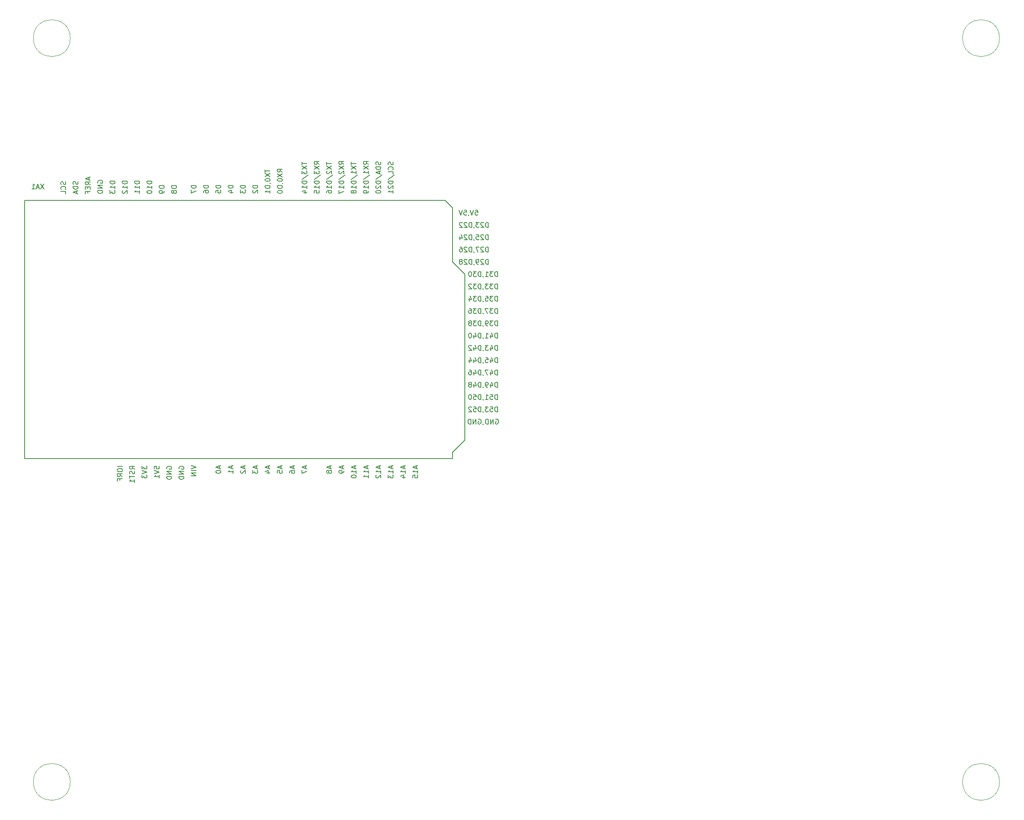
<source format=gbr>
%TF.GenerationSoftware,KiCad,Pcbnew,7.0.7*%
%TF.CreationDate,2023-09-23T16:53:28-05:00*%
%TF.ProjectId,CNH_Functional_Tester_1,434e485f-4675-46e6-9374-696f6e616c5f,B*%
%TF.SameCoordinates,Original*%
%TF.FileFunction,Legend,Bot*%
%TF.FilePolarity,Positive*%
%FSLAX46Y46*%
G04 Gerber Fmt 4.6, Leading zero omitted, Abs format (unit mm)*
G04 Created by KiCad (PCBNEW 7.0.7) date 2023-09-23 16:53:28*
%MOMM*%
%LPD*%
G01*
G04 APERTURE LIST*
%ADD10C,0.152400*%
%ADD11C,0.150000*%
%ADD12C,0.050000*%
G04 APERTURE END LIST*
D10*
X54877304Y-81538895D02*
X54199970Y-82554895D01*
X54199970Y-81538895D02*
X54877304Y-82554895D01*
X53861304Y-82264610D02*
X53377494Y-82264610D01*
X53958066Y-82554895D02*
X53619399Y-81538895D01*
X53619399Y-81538895D02*
X53280732Y-82554895D01*
X52409875Y-82554895D02*
X52990447Y-82554895D01*
X52700161Y-82554895D02*
X52700161Y-81538895D01*
X52700161Y-81538895D02*
X52796923Y-81684038D01*
X52796923Y-81684038D02*
X52893685Y-81780800D01*
X52893685Y-81780800D02*
X52990447Y-81829181D01*
X119043810Y-139866786D02*
X119043810Y-140350596D01*
X119334095Y-139770024D02*
X118318095Y-140108691D01*
X118318095Y-140108691D02*
X119334095Y-140447358D01*
X119334095Y-141318215D02*
X119334095Y-140737643D01*
X119334095Y-141027929D02*
X118318095Y-141027929D01*
X118318095Y-141027929D02*
X118463238Y-140931167D01*
X118463238Y-140931167D02*
X118560000Y-140834405D01*
X118560000Y-140834405D02*
X118608381Y-140737643D01*
X118318095Y-141947167D02*
X118318095Y-142043929D01*
X118318095Y-142043929D02*
X118366476Y-142140691D01*
X118366476Y-142140691D02*
X118414857Y-142189072D01*
X118414857Y-142189072D02*
X118511619Y-142237453D01*
X118511619Y-142237453D02*
X118705143Y-142285834D01*
X118705143Y-142285834D02*
X118947048Y-142285834D01*
X118947048Y-142285834D02*
X119140572Y-142237453D01*
X119140572Y-142237453D02*
X119237334Y-142189072D01*
X119237334Y-142189072D02*
X119285715Y-142140691D01*
X119285715Y-142140691D02*
X119334095Y-142043929D01*
X119334095Y-142043929D02*
X119334095Y-141947167D01*
X119334095Y-141947167D02*
X119285715Y-141850405D01*
X119285715Y-141850405D02*
X119237334Y-141802024D01*
X119237334Y-141802024D02*
X119140572Y-141753643D01*
X119140572Y-141753643D02*
X118947048Y-141705262D01*
X118947048Y-141705262D02*
X118705143Y-141705262D01*
X118705143Y-141705262D02*
X118511619Y-141753643D01*
X118511619Y-141753643D02*
X118414857Y-141802024D01*
X118414857Y-141802024D02*
X118366476Y-141850405D01*
X118366476Y-141850405D02*
X118318095Y-141947167D01*
X118318095Y-77032024D02*
X118318095Y-77612596D01*
X119334095Y-77322310D02*
X118318095Y-77322310D01*
X118318095Y-77854500D02*
X119334095Y-78531834D01*
X118318095Y-78531834D02*
X119334095Y-77854500D01*
X119334095Y-79451072D02*
X119334095Y-78870500D01*
X119334095Y-79160786D02*
X118318095Y-79160786D01*
X118318095Y-79160786D02*
X118463238Y-79064024D01*
X118463238Y-79064024D02*
X118560000Y-78967262D01*
X118560000Y-78967262D02*
X118608381Y-78870500D01*
X118269715Y-80612215D02*
X119576000Y-79741357D01*
X119334095Y-80950881D02*
X118318095Y-80950881D01*
X118318095Y-80950881D02*
X118318095Y-81192786D01*
X118318095Y-81192786D02*
X118366476Y-81337929D01*
X118366476Y-81337929D02*
X118463238Y-81434691D01*
X118463238Y-81434691D02*
X118560000Y-81483072D01*
X118560000Y-81483072D02*
X118753524Y-81531453D01*
X118753524Y-81531453D02*
X118898667Y-81531453D01*
X118898667Y-81531453D02*
X119092191Y-81483072D01*
X119092191Y-81483072D02*
X119188953Y-81434691D01*
X119188953Y-81434691D02*
X119285715Y-81337929D01*
X119285715Y-81337929D02*
X119334095Y-81192786D01*
X119334095Y-81192786D02*
X119334095Y-80950881D01*
X119334095Y-82499072D02*
X119334095Y-81918500D01*
X119334095Y-82208786D02*
X118318095Y-82208786D01*
X118318095Y-82208786D02*
X118463238Y-82112024D01*
X118463238Y-82112024D02*
X118560000Y-82015262D01*
X118560000Y-82015262D02*
X118608381Y-81918500D01*
X118753524Y-83079643D02*
X118705143Y-82982881D01*
X118705143Y-82982881D02*
X118656762Y-82934500D01*
X118656762Y-82934500D02*
X118560000Y-82886119D01*
X118560000Y-82886119D02*
X118511619Y-82886119D01*
X118511619Y-82886119D02*
X118414857Y-82934500D01*
X118414857Y-82934500D02*
X118366476Y-82982881D01*
X118366476Y-82982881D02*
X118318095Y-83079643D01*
X118318095Y-83079643D02*
X118318095Y-83273167D01*
X118318095Y-83273167D02*
X118366476Y-83369929D01*
X118366476Y-83369929D02*
X118414857Y-83418310D01*
X118414857Y-83418310D02*
X118511619Y-83466691D01*
X118511619Y-83466691D02*
X118560000Y-83466691D01*
X118560000Y-83466691D02*
X118656762Y-83418310D01*
X118656762Y-83418310D02*
X118705143Y-83369929D01*
X118705143Y-83369929D02*
X118753524Y-83273167D01*
X118753524Y-83273167D02*
X118753524Y-83079643D01*
X118753524Y-83079643D02*
X118801905Y-82982881D01*
X118801905Y-82982881D02*
X118850286Y-82934500D01*
X118850286Y-82934500D02*
X118947048Y-82886119D01*
X118947048Y-82886119D02*
X119140572Y-82886119D01*
X119140572Y-82886119D02*
X119237334Y-82934500D01*
X119237334Y-82934500D02*
X119285715Y-82982881D01*
X119285715Y-82982881D02*
X119334095Y-83079643D01*
X119334095Y-83079643D02*
X119334095Y-83273167D01*
X119334095Y-83273167D02*
X119285715Y-83369929D01*
X119285715Y-83369929D02*
X119237334Y-83418310D01*
X119237334Y-83418310D02*
X119140572Y-83466691D01*
X119140572Y-83466691D02*
X118947048Y-83466691D01*
X118947048Y-83466691D02*
X118850286Y-83418310D01*
X118850286Y-83418310D02*
X118801905Y-83369929D01*
X118801905Y-83369929D02*
X118753524Y-83273167D01*
X91394095Y-81876167D02*
X90378095Y-81876167D01*
X90378095Y-81876167D02*
X90378095Y-82118072D01*
X90378095Y-82118072D02*
X90426476Y-82263215D01*
X90426476Y-82263215D02*
X90523238Y-82359977D01*
X90523238Y-82359977D02*
X90620000Y-82408358D01*
X90620000Y-82408358D02*
X90813524Y-82456739D01*
X90813524Y-82456739D02*
X90958667Y-82456739D01*
X90958667Y-82456739D02*
X91152191Y-82408358D01*
X91152191Y-82408358D02*
X91248953Y-82359977D01*
X91248953Y-82359977D02*
X91345715Y-82263215D01*
X91345715Y-82263215D02*
X91394095Y-82118072D01*
X91394095Y-82118072D02*
X91394095Y-81876167D01*
X90378095Y-83375977D02*
X90378095Y-82892167D01*
X90378095Y-82892167D02*
X90861905Y-82843786D01*
X90861905Y-82843786D02*
X90813524Y-82892167D01*
X90813524Y-82892167D02*
X90765143Y-82988929D01*
X90765143Y-82988929D02*
X90765143Y-83230834D01*
X90765143Y-83230834D02*
X90813524Y-83327596D01*
X90813524Y-83327596D02*
X90861905Y-83375977D01*
X90861905Y-83375977D02*
X90958667Y-83424358D01*
X90958667Y-83424358D02*
X91200572Y-83424358D01*
X91200572Y-83424358D02*
X91297334Y-83375977D01*
X91297334Y-83375977D02*
X91345715Y-83327596D01*
X91345715Y-83327596D02*
X91394095Y-83230834D01*
X91394095Y-83230834D02*
X91394095Y-82988929D01*
X91394095Y-82988929D02*
X91345715Y-82892167D01*
X91345715Y-82892167D02*
X91297334Y-82843786D01*
X148493238Y-123525095D02*
X148493238Y-122509095D01*
X148493238Y-122509095D02*
X148251333Y-122509095D01*
X148251333Y-122509095D02*
X148106190Y-122557476D01*
X148106190Y-122557476D02*
X148009428Y-122654238D01*
X148009428Y-122654238D02*
X147961047Y-122751000D01*
X147961047Y-122751000D02*
X147912666Y-122944524D01*
X147912666Y-122944524D02*
X147912666Y-123089667D01*
X147912666Y-123089667D02*
X147961047Y-123283191D01*
X147961047Y-123283191D02*
X148009428Y-123379953D01*
X148009428Y-123379953D02*
X148106190Y-123476715D01*
X148106190Y-123476715D02*
X148251333Y-123525095D01*
X148251333Y-123525095D02*
X148493238Y-123525095D01*
X147041809Y-122847762D02*
X147041809Y-123525095D01*
X147283714Y-122460715D02*
X147525619Y-123186429D01*
X147525619Y-123186429D02*
X146896666Y-123186429D01*
X146461238Y-123525095D02*
X146267714Y-123525095D01*
X146267714Y-123525095D02*
X146170952Y-123476715D01*
X146170952Y-123476715D02*
X146122571Y-123428334D01*
X146122571Y-123428334D02*
X146025809Y-123283191D01*
X146025809Y-123283191D02*
X145977428Y-123089667D01*
X145977428Y-123089667D02*
X145977428Y-122702619D01*
X145977428Y-122702619D02*
X146025809Y-122605857D01*
X146025809Y-122605857D02*
X146074190Y-122557476D01*
X146074190Y-122557476D02*
X146170952Y-122509095D01*
X146170952Y-122509095D02*
X146364476Y-122509095D01*
X146364476Y-122509095D02*
X146461238Y-122557476D01*
X146461238Y-122557476D02*
X146509619Y-122605857D01*
X146509619Y-122605857D02*
X146558000Y-122702619D01*
X146558000Y-122702619D02*
X146558000Y-122944524D01*
X146558000Y-122944524D02*
X146509619Y-123041286D01*
X146509619Y-123041286D02*
X146461238Y-123089667D01*
X146461238Y-123089667D02*
X146364476Y-123138048D01*
X146364476Y-123138048D02*
X146170952Y-123138048D01*
X146170952Y-123138048D02*
X146074190Y-123089667D01*
X146074190Y-123089667D02*
X146025809Y-123041286D01*
X146025809Y-123041286D02*
X145977428Y-122944524D01*
X145493619Y-123476715D02*
X145493619Y-123525095D01*
X145493619Y-123525095D02*
X145542000Y-123621857D01*
X145542000Y-123621857D02*
X145590381Y-123670238D01*
X145058190Y-123525095D02*
X145058190Y-122509095D01*
X145058190Y-122509095D02*
X144816285Y-122509095D01*
X144816285Y-122509095D02*
X144671142Y-122557476D01*
X144671142Y-122557476D02*
X144574380Y-122654238D01*
X144574380Y-122654238D02*
X144525999Y-122751000D01*
X144525999Y-122751000D02*
X144477618Y-122944524D01*
X144477618Y-122944524D02*
X144477618Y-123089667D01*
X144477618Y-123089667D02*
X144525999Y-123283191D01*
X144525999Y-123283191D02*
X144574380Y-123379953D01*
X144574380Y-123379953D02*
X144671142Y-123476715D01*
X144671142Y-123476715D02*
X144816285Y-123525095D01*
X144816285Y-123525095D02*
X145058190Y-123525095D01*
X143606761Y-122847762D02*
X143606761Y-123525095D01*
X143848666Y-122460715D02*
X144090571Y-123186429D01*
X144090571Y-123186429D02*
X143461618Y-123186429D01*
X142929428Y-122944524D02*
X143026190Y-122896143D01*
X143026190Y-122896143D02*
X143074571Y-122847762D01*
X143074571Y-122847762D02*
X143122952Y-122751000D01*
X143122952Y-122751000D02*
X143122952Y-122702619D01*
X143122952Y-122702619D02*
X143074571Y-122605857D01*
X143074571Y-122605857D02*
X143026190Y-122557476D01*
X143026190Y-122557476D02*
X142929428Y-122509095D01*
X142929428Y-122509095D02*
X142735904Y-122509095D01*
X142735904Y-122509095D02*
X142639142Y-122557476D01*
X142639142Y-122557476D02*
X142590761Y-122605857D01*
X142590761Y-122605857D02*
X142542380Y-122702619D01*
X142542380Y-122702619D02*
X142542380Y-122751000D01*
X142542380Y-122751000D02*
X142590761Y-122847762D01*
X142590761Y-122847762D02*
X142639142Y-122896143D01*
X142639142Y-122896143D02*
X142735904Y-122944524D01*
X142735904Y-122944524D02*
X142929428Y-122944524D01*
X142929428Y-122944524D02*
X143026190Y-122992905D01*
X143026190Y-122992905D02*
X143074571Y-123041286D01*
X143074571Y-123041286D02*
X143122952Y-123138048D01*
X143122952Y-123138048D02*
X143122952Y-123331572D01*
X143122952Y-123331572D02*
X143074571Y-123428334D01*
X143074571Y-123428334D02*
X143026190Y-123476715D01*
X143026190Y-123476715D02*
X142929428Y-123525095D01*
X142929428Y-123525095D02*
X142735904Y-123525095D01*
X142735904Y-123525095D02*
X142639142Y-123476715D01*
X142639142Y-123476715D02*
X142590761Y-123428334D01*
X142590761Y-123428334D02*
X142542380Y-123331572D01*
X142542380Y-123331572D02*
X142542380Y-123138048D01*
X142542380Y-123138048D02*
X142590761Y-123041286D01*
X142590761Y-123041286D02*
X142639142Y-122992905D01*
X142639142Y-122992905D02*
X142735904Y-122944524D01*
X77170095Y-80987167D02*
X76154095Y-80987167D01*
X76154095Y-80987167D02*
X76154095Y-81229072D01*
X76154095Y-81229072D02*
X76202476Y-81374215D01*
X76202476Y-81374215D02*
X76299238Y-81470977D01*
X76299238Y-81470977D02*
X76396000Y-81519358D01*
X76396000Y-81519358D02*
X76589524Y-81567739D01*
X76589524Y-81567739D02*
X76734667Y-81567739D01*
X76734667Y-81567739D02*
X76928191Y-81519358D01*
X76928191Y-81519358D02*
X77024953Y-81470977D01*
X77024953Y-81470977D02*
X77121715Y-81374215D01*
X77121715Y-81374215D02*
X77170095Y-81229072D01*
X77170095Y-81229072D02*
X77170095Y-80987167D01*
X77170095Y-82535358D02*
X77170095Y-81954786D01*
X77170095Y-82245072D02*
X76154095Y-82245072D01*
X76154095Y-82245072D02*
X76299238Y-82148310D01*
X76299238Y-82148310D02*
X76396000Y-82051548D01*
X76396000Y-82051548D02*
X76444381Y-81954786D01*
X76154095Y-83164310D02*
X76154095Y-83261072D01*
X76154095Y-83261072D02*
X76202476Y-83357834D01*
X76202476Y-83357834D02*
X76250857Y-83406215D01*
X76250857Y-83406215D02*
X76347619Y-83454596D01*
X76347619Y-83454596D02*
X76541143Y-83502977D01*
X76541143Y-83502977D02*
X76783048Y-83502977D01*
X76783048Y-83502977D02*
X76976572Y-83454596D01*
X76976572Y-83454596D02*
X77073334Y-83406215D01*
X77073334Y-83406215D02*
X77121715Y-83357834D01*
X77121715Y-83357834D02*
X77170095Y-83261072D01*
X77170095Y-83261072D02*
X77170095Y-83164310D01*
X77170095Y-83164310D02*
X77121715Y-83067548D01*
X77121715Y-83067548D02*
X77073334Y-83019167D01*
X77073334Y-83019167D02*
X76976572Y-82970786D01*
X76976572Y-82970786D02*
X76783048Y-82922405D01*
X76783048Y-82922405D02*
X76541143Y-82922405D01*
X76541143Y-82922405D02*
X76347619Y-82970786D01*
X76347619Y-82970786D02*
X76250857Y-83019167D01*
X76250857Y-83019167D02*
X76202476Y-83067548D01*
X76202476Y-83067548D02*
X76154095Y-83164310D01*
X146588238Y-90505095D02*
X146588238Y-89489095D01*
X146588238Y-89489095D02*
X146346333Y-89489095D01*
X146346333Y-89489095D02*
X146201190Y-89537476D01*
X146201190Y-89537476D02*
X146104428Y-89634238D01*
X146104428Y-89634238D02*
X146056047Y-89731000D01*
X146056047Y-89731000D02*
X146007666Y-89924524D01*
X146007666Y-89924524D02*
X146007666Y-90069667D01*
X146007666Y-90069667D02*
X146056047Y-90263191D01*
X146056047Y-90263191D02*
X146104428Y-90359953D01*
X146104428Y-90359953D02*
X146201190Y-90456715D01*
X146201190Y-90456715D02*
X146346333Y-90505095D01*
X146346333Y-90505095D02*
X146588238Y-90505095D01*
X145620619Y-89585857D02*
X145572238Y-89537476D01*
X145572238Y-89537476D02*
X145475476Y-89489095D01*
X145475476Y-89489095D02*
X145233571Y-89489095D01*
X145233571Y-89489095D02*
X145136809Y-89537476D01*
X145136809Y-89537476D02*
X145088428Y-89585857D01*
X145088428Y-89585857D02*
X145040047Y-89682619D01*
X145040047Y-89682619D02*
X145040047Y-89779381D01*
X145040047Y-89779381D02*
X145088428Y-89924524D01*
X145088428Y-89924524D02*
X145669000Y-90505095D01*
X145669000Y-90505095D02*
X145040047Y-90505095D01*
X144701381Y-89489095D02*
X144072428Y-89489095D01*
X144072428Y-89489095D02*
X144411095Y-89876143D01*
X144411095Y-89876143D02*
X144265952Y-89876143D01*
X144265952Y-89876143D02*
X144169190Y-89924524D01*
X144169190Y-89924524D02*
X144120809Y-89972905D01*
X144120809Y-89972905D02*
X144072428Y-90069667D01*
X144072428Y-90069667D02*
X144072428Y-90311572D01*
X144072428Y-90311572D02*
X144120809Y-90408334D01*
X144120809Y-90408334D02*
X144169190Y-90456715D01*
X144169190Y-90456715D02*
X144265952Y-90505095D01*
X144265952Y-90505095D02*
X144556238Y-90505095D01*
X144556238Y-90505095D02*
X144653000Y-90456715D01*
X144653000Y-90456715D02*
X144701381Y-90408334D01*
X143588619Y-90456715D02*
X143588619Y-90505095D01*
X143588619Y-90505095D02*
X143637000Y-90601857D01*
X143637000Y-90601857D02*
X143685381Y-90650238D01*
X143153190Y-90505095D02*
X143153190Y-89489095D01*
X143153190Y-89489095D02*
X142911285Y-89489095D01*
X142911285Y-89489095D02*
X142766142Y-89537476D01*
X142766142Y-89537476D02*
X142669380Y-89634238D01*
X142669380Y-89634238D02*
X142620999Y-89731000D01*
X142620999Y-89731000D02*
X142572618Y-89924524D01*
X142572618Y-89924524D02*
X142572618Y-90069667D01*
X142572618Y-90069667D02*
X142620999Y-90263191D01*
X142620999Y-90263191D02*
X142669380Y-90359953D01*
X142669380Y-90359953D02*
X142766142Y-90456715D01*
X142766142Y-90456715D02*
X142911285Y-90505095D01*
X142911285Y-90505095D02*
X143153190Y-90505095D01*
X142185571Y-89585857D02*
X142137190Y-89537476D01*
X142137190Y-89537476D02*
X142040428Y-89489095D01*
X142040428Y-89489095D02*
X141798523Y-89489095D01*
X141798523Y-89489095D02*
X141701761Y-89537476D01*
X141701761Y-89537476D02*
X141653380Y-89585857D01*
X141653380Y-89585857D02*
X141604999Y-89682619D01*
X141604999Y-89682619D02*
X141604999Y-89779381D01*
X141604999Y-89779381D02*
X141653380Y-89924524D01*
X141653380Y-89924524D02*
X142233952Y-90505095D01*
X142233952Y-90505095D02*
X141604999Y-90505095D01*
X141217952Y-89585857D02*
X141169571Y-89537476D01*
X141169571Y-89537476D02*
X141072809Y-89489095D01*
X141072809Y-89489095D02*
X140830904Y-89489095D01*
X140830904Y-89489095D02*
X140734142Y-89537476D01*
X140734142Y-89537476D02*
X140685761Y-89585857D01*
X140685761Y-89585857D02*
X140637380Y-89682619D01*
X140637380Y-89682619D02*
X140637380Y-89779381D01*
X140637380Y-89779381D02*
X140685761Y-89924524D01*
X140685761Y-89924524D02*
X141266333Y-90505095D01*
X141266333Y-90505095D02*
X140637380Y-90505095D01*
X71074095Y-139915167D02*
X70058095Y-139915167D01*
X70058095Y-140592501D02*
X70058095Y-140786025D01*
X70058095Y-140786025D02*
X70106476Y-140882787D01*
X70106476Y-140882787D02*
X70203238Y-140979549D01*
X70203238Y-140979549D02*
X70396762Y-141027930D01*
X70396762Y-141027930D02*
X70735429Y-141027930D01*
X70735429Y-141027930D02*
X70928953Y-140979549D01*
X70928953Y-140979549D02*
X71025715Y-140882787D01*
X71025715Y-140882787D02*
X71074095Y-140786025D01*
X71074095Y-140786025D02*
X71074095Y-140592501D01*
X71074095Y-140592501D02*
X71025715Y-140495739D01*
X71025715Y-140495739D02*
X70928953Y-140398977D01*
X70928953Y-140398977D02*
X70735429Y-140350596D01*
X70735429Y-140350596D02*
X70396762Y-140350596D01*
X70396762Y-140350596D02*
X70203238Y-140398977D01*
X70203238Y-140398977D02*
X70106476Y-140495739D01*
X70106476Y-140495739D02*
X70058095Y-140592501D01*
X71074095Y-142043930D02*
X70590286Y-141705263D01*
X71074095Y-141463358D02*
X70058095Y-141463358D01*
X70058095Y-141463358D02*
X70058095Y-141850406D01*
X70058095Y-141850406D02*
X70106476Y-141947168D01*
X70106476Y-141947168D02*
X70154857Y-141995549D01*
X70154857Y-141995549D02*
X70251619Y-142043930D01*
X70251619Y-142043930D02*
X70396762Y-142043930D01*
X70396762Y-142043930D02*
X70493524Y-141995549D01*
X70493524Y-141995549D02*
X70541905Y-141947168D01*
X70541905Y-141947168D02*
X70590286Y-141850406D01*
X70590286Y-141850406D02*
X70590286Y-141463358D01*
X70541905Y-142818025D02*
X70541905Y-142479358D01*
X71074095Y-142479358D02*
X70058095Y-142479358D01*
X70058095Y-142479358D02*
X70058095Y-142963168D01*
X113238095Y-77032024D02*
X113238095Y-77612596D01*
X114254095Y-77322310D02*
X113238095Y-77322310D01*
X113238095Y-77854500D02*
X114254095Y-78531834D01*
X113238095Y-78531834D02*
X114254095Y-77854500D01*
X113334857Y-78870500D02*
X113286476Y-78918881D01*
X113286476Y-78918881D02*
X113238095Y-79015643D01*
X113238095Y-79015643D02*
X113238095Y-79257548D01*
X113238095Y-79257548D02*
X113286476Y-79354310D01*
X113286476Y-79354310D02*
X113334857Y-79402691D01*
X113334857Y-79402691D02*
X113431619Y-79451072D01*
X113431619Y-79451072D02*
X113528381Y-79451072D01*
X113528381Y-79451072D02*
X113673524Y-79402691D01*
X113673524Y-79402691D02*
X114254095Y-78822119D01*
X114254095Y-78822119D02*
X114254095Y-79451072D01*
X113189715Y-80612215D02*
X114496000Y-79741357D01*
X114254095Y-80950881D02*
X113238095Y-80950881D01*
X113238095Y-80950881D02*
X113238095Y-81192786D01*
X113238095Y-81192786D02*
X113286476Y-81337929D01*
X113286476Y-81337929D02*
X113383238Y-81434691D01*
X113383238Y-81434691D02*
X113480000Y-81483072D01*
X113480000Y-81483072D02*
X113673524Y-81531453D01*
X113673524Y-81531453D02*
X113818667Y-81531453D01*
X113818667Y-81531453D02*
X114012191Y-81483072D01*
X114012191Y-81483072D02*
X114108953Y-81434691D01*
X114108953Y-81434691D02*
X114205715Y-81337929D01*
X114205715Y-81337929D02*
X114254095Y-81192786D01*
X114254095Y-81192786D02*
X114254095Y-80950881D01*
X114254095Y-82499072D02*
X114254095Y-81918500D01*
X114254095Y-82208786D02*
X113238095Y-82208786D01*
X113238095Y-82208786D02*
X113383238Y-82112024D01*
X113383238Y-82112024D02*
X113480000Y-82015262D01*
X113480000Y-82015262D02*
X113528381Y-81918500D01*
X113238095Y-83369929D02*
X113238095Y-83176405D01*
X113238095Y-83176405D02*
X113286476Y-83079643D01*
X113286476Y-83079643D02*
X113334857Y-83031262D01*
X113334857Y-83031262D02*
X113480000Y-82934500D01*
X113480000Y-82934500D02*
X113673524Y-82886119D01*
X113673524Y-82886119D02*
X114060572Y-82886119D01*
X114060572Y-82886119D02*
X114157334Y-82934500D01*
X114157334Y-82934500D02*
X114205715Y-82982881D01*
X114205715Y-82982881D02*
X114254095Y-83079643D01*
X114254095Y-83079643D02*
X114254095Y-83273167D01*
X114254095Y-83273167D02*
X114205715Y-83369929D01*
X114205715Y-83369929D02*
X114157334Y-83418310D01*
X114157334Y-83418310D02*
X114060572Y-83466691D01*
X114060572Y-83466691D02*
X113818667Y-83466691D01*
X113818667Y-83466691D02*
X113721905Y-83418310D01*
X113721905Y-83418310D02*
X113673524Y-83369929D01*
X113673524Y-83369929D02*
X113625143Y-83273167D01*
X113625143Y-83273167D02*
X113625143Y-83079643D01*
X113625143Y-83079643D02*
X113673524Y-82982881D01*
X113673524Y-82982881D02*
X113721905Y-82934500D01*
X113721905Y-82934500D02*
X113818667Y-82886119D01*
X82250095Y-81939548D02*
X81234095Y-81939548D01*
X81234095Y-81939548D02*
X81234095Y-82181453D01*
X81234095Y-82181453D02*
X81282476Y-82326596D01*
X81282476Y-82326596D02*
X81379238Y-82423358D01*
X81379238Y-82423358D02*
X81476000Y-82471739D01*
X81476000Y-82471739D02*
X81669524Y-82520120D01*
X81669524Y-82520120D02*
X81814667Y-82520120D01*
X81814667Y-82520120D02*
X82008191Y-82471739D01*
X82008191Y-82471739D02*
X82104953Y-82423358D01*
X82104953Y-82423358D02*
X82201715Y-82326596D01*
X82201715Y-82326596D02*
X82250095Y-82181453D01*
X82250095Y-82181453D02*
X82250095Y-81939548D01*
X81669524Y-83100691D02*
X81621143Y-83003929D01*
X81621143Y-83003929D02*
X81572762Y-82955548D01*
X81572762Y-82955548D02*
X81476000Y-82907167D01*
X81476000Y-82907167D02*
X81427619Y-82907167D01*
X81427619Y-82907167D02*
X81330857Y-82955548D01*
X81330857Y-82955548D02*
X81282476Y-83003929D01*
X81282476Y-83003929D02*
X81234095Y-83100691D01*
X81234095Y-83100691D02*
X81234095Y-83294215D01*
X81234095Y-83294215D02*
X81282476Y-83390977D01*
X81282476Y-83390977D02*
X81330857Y-83439358D01*
X81330857Y-83439358D02*
X81427619Y-83487739D01*
X81427619Y-83487739D02*
X81476000Y-83487739D01*
X81476000Y-83487739D02*
X81572762Y-83439358D01*
X81572762Y-83439358D02*
X81621143Y-83390977D01*
X81621143Y-83390977D02*
X81669524Y-83294215D01*
X81669524Y-83294215D02*
X81669524Y-83100691D01*
X81669524Y-83100691D02*
X81717905Y-83003929D01*
X81717905Y-83003929D02*
X81766286Y-82955548D01*
X81766286Y-82955548D02*
X81863048Y-82907167D01*
X81863048Y-82907167D02*
X82056572Y-82907167D01*
X82056572Y-82907167D02*
X82153334Y-82955548D01*
X82153334Y-82955548D02*
X82201715Y-83003929D01*
X82201715Y-83003929D02*
X82250095Y-83100691D01*
X82250095Y-83100691D02*
X82250095Y-83294215D01*
X82250095Y-83294215D02*
X82201715Y-83390977D01*
X82201715Y-83390977D02*
X82153334Y-83439358D01*
X82153334Y-83439358D02*
X82056572Y-83487739D01*
X82056572Y-83487739D02*
X81863048Y-83487739D01*
X81863048Y-83487739D02*
X81766286Y-83439358D01*
X81766286Y-83439358D02*
X81717905Y-83390977D01*
X81717905Y-83390977D02*
X81669524Y-83294215D01*
X59341715Y-81081643D02*
X59390095Y-81226786D01*
X59390095Y-81226786D02*
X59390095Y-81468691D01*
X59390095Y-81468691D02*
X59341715Y-81565453D01*
X59341715Y-81565453D02*
X59293334Y-81613834D01*
X59293334Y-81613834D02*
X59196572Y-81662215D01*
X59196572Y-81662215D02*
X59099810Y-81662215D01*
X59099810Y-81662215D02*
X59003048Y-81613834D01*
X59003048Y-81613834D02*
X58954667Y-81565453D01*
X58954667Y-81565453D02*
X58906286Y-81468691D01*
X58906286Y-81468691D02*
X58857905Y-81275167D01*
X58857905Y-81275167D02*
X58809524Y-81178405D01*
X58809524Y-81178405D02*
X58761143Y-81130024D01*
X58761143Y-81130024D02*
X58664381Y-81081643D01*
X58664381Y-81081643D02*
X58567619Y-81081643D01*
X58567619Y-81081643D02*
X58470857Y-81130024D01*
X58470857Y-81130024D02*
X58422476Y-81178405D01*
X58422476Y-81178405D02*
X58374095Y-81275167D01*
X58374095Y-81275167D02*
X58374095Y-81517072D01*
X58374095Y-81517072D02*
X58422476Y-81662215D01*
X59293334Y-82678215D02*
X59341715Y-82629834D01*
X59341715Y-82629834D02*
X59390095Y-82484691D01*
X59390095Y-82484691D02*
X59390095Y-82387929D01*
X59390095Y-82387929D02*
X59341715Y-82242786D01*
X59341715Y-82242786D02*
X59244953Y-82146024D01*
X59244953Y-82146024D02*
X59148191Y-82097643D01*
X59148191Y-82097643D02*
X58954667Y-82049262D01*
X58954667Y-82049262D02*
X58809524Y-82049262D01*
X58809524Y-82049262D02*
X58616000Y-82097643D01*
X58616000Y-82097643D02*
X58519238Y-82146024D01*
X58519238Y-82146024D02*
X58422476Y-82242786D01*
X58422476Y-82242786D02*
X58374095Y-82387929D01*
X58374095Y-82387929D02*
X58374095Y-82484691D01*
X58374095Y-82484691D02*
X58422476Y-82629834D01*
X58422476Y-82629834D02*
X58470857Y-82678215D01*
X59390095Y-83597453D02*
X59390095Y-83113643D01*
X59390095Y-83113643D02*
X58374095Y-83113643D01*
X116503810Y-139866786D02*
X116503810Y-140350596D01*
X116794095Y-139770024D02*
X115778095Y-140108691D01*
X115778095Y-140108691D02*
X116794095Y-140447358D01*
X116794095Y-140834405D02*
X116794095Y-141027929D01*
X116794095Y-141027929D02*
X116745715Y-141124691D01*
X116745715Y-141124691D02*
X116697334Y-141173072D01*
X116697334Y-141173072D02*
X116552191Y-141269834D01*
X116552191Y-141269834D02*
X116358667Y-141318215D01*
X116358667Y-141318215D02*
X115971619Y-141318215D01*
X115971619Y-141318215D02*
X115874857Y-141269834D01*
X115874857Y-141269834D02*
X115826476Y-141221453D01*
X115826476Y-141221453D02*
X115778095Y-141124691D01*
X115778095Y-141124691D02*
X115778095Y-140931167D01*
X115778095Y-140931167D02*
X115826476Y-140834405D01*
X115826476Y-140834405D02*
X115874857Y-140786024D01*
X115874857Y-140786024D02*
X115971619Y-140737643D01*
X115971619Y-140737643D02*
X116213524Y-140737643D01*
X116213524Y-140737643D02*
X116310286Y-140786024D01*
X116310286Y-140786024D02*
X116358667Y-140834405D01*
X116358667Y-140834405D02*
X116407048Y-140931167D01*
X116407048Y-140931167D02*
X116407048Y-141124691D01*
X116407048Y-141124691D02*
X116358667Y-141221453D01*
X116358667Y-141221453D02*
X116310286Y-141269834D01*
X116310286Y-141269834D02*
X116213524Y-141318215D01*
X100538095Y-78588167D02*
X100538095Y-79168739D01*
X101554095Y-78878453D02*
X100538095Y-78878453D01*
X100538095Y-79410643D02*
X101554095Y-80087977D01*
X100538095Y-80087977D02*
X101554095Y-79410643D01*
X100538095Y-80668548D02*
X100538095Y-80765310D01*
X100538095Y-80765310D02*
X100586476Y-80862072D01*
X100586476Y-80862072D02*
X100634857Y-80910453D01*
X100634857Y-80910453D02*
X100731619Y-80958834D01*
X100731619Y-80958834D02*
X100925143Y-81007215D01*
X100925143Y-81007215D02*
X101167048Y-81007215D01*
X101167048Y-81007215D02*
X101360572Y-80958834D01*
X101360572Y-80958834D02*
X101457334Y-80910453D01*
X101457334Y-80910453D02*
X101505715Y-80862072D01*
X101505715Y-80862072D02*
X101554095Y-80765310D01*
X101554095Y-80765310D02*
X101554095Y-80668548D01*
X101554095Y-80668548D02*
X101505715Y-80571786D01*
X101505715Y-80571786D02*
X101457334Y-80523405D01*
X101457334Y-80523405D02*
X101360572Y-80475024D01*
X101360572Y-80475024D02*
X101167048Y-80426643D01*
X101167048Y-80426643D02*
X100925143Y-80426643D01*
X100925143Y-80426643D02*
X100731619Y-80475024D01*
X100731619Y-80475024D02*
X100634857Y-80523405D01*
X100634857Y-80523405D02*
X100586476Y-80571786D01*
X100586476Y-80571786D02*
X100538095Y-80668548D01*
X101505715Y-81491024D02*
X101554095Y-81491024D01*
X101554095Y-81491024D02*
X101650857Y-81442643D01*
X101650857Y-81442643D02*
X101699238Y-81394262D01*
X101554095Y-81926453D02*
X100538095Y-81926453D01*
X100538095Y-81926453D02*
X100538095Y-82168358D01*
X100538095Y-82168358D02*
X100586476Y-82313501D01*
X100586476Y-82313501D02*
X100683238Y-82410263D01*
X100683238Y-82410263D02*
X100780000Y-82458644D01*
X100780000Y-82458644D02*
X100973524Y-82507025D01*
X100973524Y-82507025D02*
X101118667Y-82507025D01*
X101118667Y-82507025D02*
X101312191Y-82458644D01*
X101312191Y-82458644D02*
X101408953Y-82410263D01*
X101408953Y-82410263D02*
X101505715Y-82313501D01*
X101505715Y-82313501D02*
X101554095Y-82168358D01*
X101554095Y-82168358D02*
X101554095Y-81926453D01*
X101554095Y-83474644D02*
X101554095Y-82894072D01*
X101554095Y-83184358D02*
X100538095Y-83184358D01*
X100538095Y-83184358D02*
X100683238Y-83087596D01*
X100683238Y-83087596D02*
X100780000Y-82990834D01*
X100780000Y-82990834D02*
X100828381Y-82894072D01*
X64179810Y-80224500D02*
X64179810Y-80708310D01*
X64470095Y-80127738D02*
X63454095Y-80466405D01*
X63454095Y-80466405D02*
X64470095Y-80805072D01*
X64470095Y-81724310D02*
X63986286Y-81385643D01*
X64470095Y-81143738D02*
X63454095Y-81143738D01*
X63454095Y-81143738D02*
X63454095Y-81530786D01*
X63454095Y-81530786D02*
X63502476Y-81627548D01*
X63502476Y-81627548D02*
X63550857Y-81675929D01*
X63550857Y-81675929D02*
X63647619Y-81724310D01*
X63647619Y-81724310D02*
X63792762Y-81724310D01*
X63792762Y-81724310D02*
X63889524Y-81675929D01*
X63889524Y-81675929D02*
X63937905Y-81627548D01*
X63937905Y-81627548D02*
X63986286Y-81530786D01*
X63986286Y-81530786D02*
X63986286Y-81143738D01*
X63937905Y-82159738D02*
X63937905Y-82498405D01*
X64470095Y-82643548D02*
X64470095Y-82159738D01*
X64470095Y-82159738D02*
X63454095Y-82159738D01*
X63454095Y-82159738D02*
X63454095Y-82643548D01*
X63937905Y-83417643D02*
X63937905Y-83078976D01*
X64470095Y-83078976D02*
X63454095Y-83078976D01*
X63454095Y-83078976D02*
X63454095Y-83562786D01*
X148493238Y-113365095D02*
X148493238Y-112349095D01*
X148493238Y-112349095D02*
X148251333Y-112349095D01*
X148251333Y-112349095D02*
X148106190Y-112397476D01*
X148106190Y-112397476D02*
X148009428Y-112494238D01*
X148009428Y-112494238D02*
X147961047Y-112591000D01*
X147961047Y-112591000D02*
X147912666Y-112784524D01*
X147912666Y-112784524D02*
X147912666Y-112929667D01*
X147912666Y-112929667D02*
X147961047Y-113123191D01*
X147961047Y-113123191D02*
X148009428Y-113219953D01*
X148009428Y-113219953D02*
X148106190Y-113316715D01*
X148106190Y-113316715D02*
X148251333Y-113365095D01*
X148251333Y-113365095D02*
X148493238Y-113365095D01*
X147041809Y-112687762D02*
X147041809Y-113365095D01*
X147283714Y-112300715D02*
X147525619Y-113026429D01*
X147525619Y-113026429D02*
X146896666Y-113026429D01*
X145977428Y-113365095D02*
X146558000Y-113365095D01*
X146267714Y-113365095D02*
X146267714Y-112349095D01*
X146267714Y-112349095D02*
X146364476Y-112494238D01*
X146364476Y-112494238D02*
X146461238Y-112591000D01*
X146461238Y-112591000D02*
X146558000Y-112639381D01*
X145493619Y-113316715D02*
X145493619Y-113365095D01*
X145493619Y-113365095D02*
X145542000Y-113461857D01*
X145542000Y-113461857D02*
X145590381Y-113510238D01*
X145058190Y-113365095D02*
X145058190Y-112349095D01*
X145058190Y-112349095D02*
X144816285Y-112349095D01*
X144816285Y-112349095D02*
X144671142Y-112397476D01*
X144671142Y-112397476D02*
X144574380Y-112494238D01*
X144574380Y-112494238D02*
X144525999Y-112591000D01*
X144525999Y-112591000D02*
X144477618Y-112784524D01*
X144477618Y-112784524D02*
X144477618Y-112929667D01*
X144477618Y-112929667D02*
X144525999Y-113123191D01*
X144525999Y-113123191D02*
X144574380Y-113219953D01*
X144574380Y-113219953D02*
X144671142Y-113316715D01*
X144671142Y-113316715D02*
X144816285Y-113365095D01*
X144816285Y-113365095D02*
X145058190Y-113365095D01*
X143606761Y-112687762D02*
X143606761Y-113365095D01*
X143848666Y-112300715D02*
X144090571Y-113026429D01*
X144090571Y-113026429D02*
X143461618Y-113026429D01*
X142881047Y-112349095D02*
X142784285Y-112349095D01*
X142784285Y-112349095D02*
X142687523Y-112397476D01*
X142687523Y-112397476D02*
X142639142Y-112445857D01*
X142639142Y-112445857D02*
X142590761Y-112542619D01*
X142590761Y-112542619D02*
X142542380Y-112736143D01*
X142542380Y-112736143D02*
X142542380Y-112978048D01*
X142542380Y-112978048D02*
X142590761Y-113171572D01*
X142590761Y-113171572D02*
X142639142Y-113268334D01*
X142639142Y-113268334D02*
X142687523Y-113316715D01*
X142687523Y-113316715D02*
X142784285Y-113365095D01*
X142784285Y-113365095D02*
X142881047Y-113365095D01*
X142881047Y-113365095D02*
X142977809Y-113316715D01*
X142977809Y-113316715D02*
X143026190Y-113268334D01*
X143026190Y-113268334D02*
X143074571Y-113171572D01*
X143074571Y-113171572D02*
X143122952Y-112978048D01*
X143122952Y-112978048D02*
X143122952Y-112736143D01*
X143122952Y-112736143D02*
X143074571Y-112542619D01*
X143074571Y-112542619D02*
X143026190Y-112445857D01*
X143026190Y-112445857D02*
X142977809Y-112397476D01*
X142977809Y-112397476D02*
X142881047Y-112349095D01*
X106343810Y-139866786D02*
X106343810Y-140350596D01*
X106634095Y-139770024D02*
X105618095Y-140108691D01*
X105618095Y-140108691D02*
X106634095Y-140447358D01*
X105618095Y-141221453D02*
X105618095Y-141027929D01*
X105618095Y-141027929D02*
X105666476Y-140931167D01*
X105666476Y-140931167D02*
X105714857Y-140882786D01*
X105714857Y-140882786D02*
X105860000Y-140786024D01*
X105860000Y-140786024D02*
X106053524Y-140737643D01*
X106053524Y-140737643D02*
X106440572Y-140737643D01*
X106440572Y-140737643D02*
X106537334Y-140786024D01*
X106537334Y-140786024D02*
X106585715Y-140834405D01*
X106585715Y-140834405D02*
X106634095Y-140931167D01*
X106634095Y-140931167D02*
X106634095Y-141124691D01*
X106634095Y-141124691D02*
X106585715Y-141221453D01*
X106585715Y-141221453D02*
X106537334Y-141269834D01*
X106537334Y-141269834D02*
X106440572Y-141318215D01*
X106440572Y-141318215D02*
X106198667Y-141318215D01*
X106198667Y-141318215D02*
X106101905Y-141269834D01*
X106101905Y-141269834D02*
X106053524Y-141221453D01*
X106053524Y-141221453D02*
X106005143Y-141124691D01*
X106005143Y-141124691D02*
X106005143Y-140931167D01*
X106005143Y-140931167D02*
X106053524Y-140834405D01*
X106053524Y-140834405D02*
X106101905Y-140786024D01*
X106101905Y-140786024D02*
X106198667Y-140737643D01*
X61881715Y-81034024D02*
X61930095Y-81179167D01*
X61930095Y-81179167D02*
X61930095Y-81421072D01*
X61930095Y-81421072D02*
X61881715Y-81517834D01*
X61881715Y-81517834D02*
X61833334Y-81566215D01*
X61833334Y-81566215D02*
X61736572Y-81614596D01*
X61736572Y-81614596D02*
X61639810Y-81614596D01*
X61639810Y-81614596D02*
X61543048Y-81566215D01*
X61543048Y-81566215D02*
X61494667Y-81517834D01*
X61494667Y-81517834D02*
X61446286Y-81421072D01*
X61446286Y-81421072D02*
X61397905Y-81227548D01*
X61397905Y-81227548D02*
X61349524Y-81130786D01*
X61349524Y-81130786D02*
X61301143Y-81082405D01*
X61301143Y-81082405D02*
X61204381Y-81034024D01*
X61204381Y-81034024D02*
X61107619Y-81034024D01*
X61107619Y-81034024D02*
X61010857Y-81082405D01*
X61010857Y-81082405D02*
X60962476Y-81130786D01*
X60962476Y-81130786D02*
X60914095Y-81227548D01*
X60914095Y-81227548D02*
X60914095Y-81469453D01*
X60914095Y-81469453D02*
X60962476Y-81614596D01*
X61930095Y-82050024D02*
X60914095Y-82050024D01*
X60914095Y-82050024D02*
X60914095Y-82291929D01*
X60914095Y-82291929D02*
X60962476Y-82437072D01*
X60962476Y-82437072D02*
X61059238Y-82533834D01*
X61059238Y-82533834D02*
X61156000Y-82582215D01*
X61156000Y-82582215D02*
X61349524Y-82630596D01*
X61349524Y-82630596D02*
X61494667Y-82630596D01*
X61494667Y-82630596D02*
X61688191Y-82582215D01*
X61688191Y-82582215D02*
X61784953Y-82533834D01*
X61784953Y-82533834D02*
X61881715Y-82437072D01*
X61881715Y-82437072D02*
X61930095Y-82291929D01*
X61930095Y-82291929D02*
X61930095Y-82050024D01*
X61639810Y-83017643D02*
X61639810Y-83501453D01*
X61930095Y-82920881D02*
X60914095Y-83259548D01*
X60914095Y-83259548D02*
X61930095Y-83598215D01*
X126663810Y-139866786D02*
X126663810Y-140350596D01*
X126954095Y-139770024D02*
X125938095Y-140108691D01*
X125938095Y-140108691D02*
X126954095Y-140447358D01*
X126954095Y-141318215D02*
X126954095Y-140737643D01*
X126954095Y-141027929D02*
X125938095Y-141027929D01*
X125938095Y-141027929D02*
X126083238Y-140931167D01*
X126083238Y-140931167D02*
X126180000Y-140834405D01*
X126180000Y-140834405D02*
X126228381Y-140737643D01*
X125938095Y-141656881D02*
X125938095Y-142285834D01*
X125938095Y-142285834D02*
X126325143Y-141947167D01*
X126325143Y-141947167D02*
X126325143Y-142092310D01*
X126325143Y-142092310D02*
X126373524Y-142189072D01*
X126373524Y-142189072D02*
X126421905Y-142237453D01*
X126421905Y-142237453D02*
X126518667Y-142285834D01*
X126518667Y-142285834D02*
X126760572Y-142285834D01*
X126760572Y-142285834D02*
X126857334Y-142237453D01*
X126857334Y-142237453D02*
X126905715Y-142189072D01*
X126905715Y-142189072D02*
X126954095Y-142092310D01*
X126954095Y-142092310D02*
X126954095Y-141802024D01*
X126954095Y-141802024D02*
X126905715Y-141705262D01*
X126905715Y-141705262D02*
X126857334Y-141656881D01*
X66042476Y-81376501D02*
X65994095Y-81279739D01*
X65994095Y-81279739D02*
X65994095Y-81134596D01*
X65994095Y-81134596D02*
X66042476Y-80989453D01*
X66042476Y-80989453D02*
X66139238Y-80892691D01*
X66139238Y-80892691D02*
X66236000Y-80844310D01*
X66236000Y-80844310D02*
X66429524Y-80795929D01*
X66429524Y-80795929D02*
X66574667Y-80795929D01*
X66574667Y-80795929D02*
X66768191Y-80844310D01*
X66768191Y-80844310D02*
X66864953Y-80892691D01*
X66864953Y-80892691D02*
X66961715Y-80989453D01*
X66961715Y-80989453D02*
X67010095Y-81134596D01*
X67010095Y-81134596D02*
X67010095Y-81231358D01*
X67010095Y-81231358D02*
X66961715Y-81376501D01*
X66961715Y-81376501D02*
X66913334Y-81424882D01*
X66913334Y-81424882D02*
X66574667Y-81424882D01*
X66574667Y-81424882D02*
X66574667Y-81231358D01*
X67010095Y-81860310D02*
X65994095Y-81860310D01*
X65994095Y-81860310D02*
X67010095Y-82440882D01*
X67010095Y-82440882D02*
X65994095Y-82440882D01*
X67010095Y-82924691D02*
X65994095Y-82924691D01*
X65994095Y-82924691D02*
X65994095Y-83166596D01*
X65994095Y-83166596D02*
X66042476Y-83311739D01*
X66042476Y-83311739D02*
X66139238Y-83408501D01*
X66139238Y-83408501D02*
X66236000Y-83456882D01*
X66236000Y-83456882D02*
X66429524Y-83505263D01*
X66429524Y-83505263D02*
X66574667Y-83505263D01*
X66574667Y-83505263D02*
X66768191Y-83456882D01*
X66768191Y-83456882D02*
X66864953Y-83408501D01*
X66864953Y-83408501D02*
X66961715Y-83311739D01*
X66961715Y-83311739D02*
X67010095Y-83166596D01*
X67010095Y-83166596D02*
X67010095Y-82924691D01*
X98723810Y-139866786D02*
X98723810Y-140350596D01*
X99014095Y-139770024D02*
X97998095Y-140108691D01*
X97998095Y-140108691D02*
X99014095Y-140447358D01*
X97998095Y-140689262D02*
X97998095Y-141318215D01*
X97998095Y-141318215D02*
X98385143Y-140979548D01*
X98385143Y-140979548D02*
X98385143Y-141124691D01*
X98385143Y-141124691D02*
X98433524Y-141221453D01*
X98433524Y-141221453D02*
X98481905Y-141269834D01*
X98481905Y-141269834D02*
X98578667Y-141318215D01*
X98578667Y-141318215D02*
X98820572Y-141318215D01*
X98820572Y-141318215D02*
X98917334Y-141269834D01*
X98917334Y-141269834D02*
X98965715Y-141221453D01*
X98965715Y-141221453D02*
X99014095Y-141124691D01*
X99014095Y-141124691D02*
X99014095Y-140834405D01*
X99014095Y-140834405D02*
X98965715Y-140737643D01*
X98965715Y-140737643D02*
X98917334Y-140689262D01*
X96183810Y-139866786D02*
X96183810Y-140350596D01*
X96474095Y-139770024D02*
X95458095Y-140108691D01*
X95458095Y-140108691D02*
X96474095Y-140447358D01*
X95554857Y-140737643D02*
X95506476Y-140786024D01*
X95506476Y-140786024D02*
X95458095Y-140882786D01*
X95458095Y-140882786D02*
X95458095Y-141124691D01*
X95458095Y-141124691D02*
X95506476Y-141221453D01*
X95506476Y-141221453D02*
X95554857Y-141269834D01*
X95554857Y-141269834D02*
X95651619Y-141318215D01*
X95651619Y-141318215D02*
X95748381Y-141318215D01*
X95748381Y-141318215D02*
X95893524Y-141269834D01*
X95893524Y-141269834D02*
X96474095Y-140689262D01*
X96474095Y-140689262D02*
X96474095Y-141318215D01*
X146588238Y-93045095D02*
X146588238Y-92029095D01*
X146588238Y-92029095D02*
X146346333Y-92029095D01*
X146346333Y-92029095D02*
X146201190Y-92077476D01*
X146201190Y-92077476D02*
X146104428Y-92174238D01*
X146104428Y-92174238D02*
X146056047Y-92271000D01*
X146056047Y-92271000D02*
X146007666Y-92464524D01*
X146007666Y-92464524D02*
X146007666Y-92609667D01*
X146007666Y-92609667D02*
X146056047Y-92803191D01*
X146056047Y-92803191D02*
X146104428Y-92899953D01*
X146104428Y-92899953D02*
X146201190Y-92996715D01*
X146201190Y-92996715D02*
X146346333Y-93045095D01*
X146346333Y-93045095D02*
X146588238Y-93045095D01*
X145620619Y-92125857D02*
X145572238Y-92077476D01*
X145572238Y-92077476D02*
X145475476Y-92029095D01*
X145475476Y-92029095D02*
X145233571Y-92029095D01*
X145233571Y-92029095D02*
X145136809Y-92077476D01*
X145136809Y-92077476D02*
X145088428Y-92125857D01*
X145088428Y-92125857D02*
X145040047Y-92222619D01*
X145040047Y-92222619D02*
X145040047Y-92319381D01*
X145040047Y-92319381D02*
X145088428Y-92464524D01*
X145088428Y-92464524D02*
X145669000Y-93045095D01*
X145669000Y-93045095D02*
X145040047Y-93045095D01*
X144120809Y-92029095D02*
X144604619Y-92029095D01*
X144604619Y-92029095D02*
X144653000Y-92512905D01*
X144653000Y-92512905D02*
X144604619Y-92464524D01*
X144604619Y-92464524D02*
X144507857Y-92416143D01*
X144507857Y-92416143D02*
X144265952Y-92416143D01*
X144265952Y-92416143D02*
X144169190Y-92464524D01*
X144169190Y-92464524D02*
X144120809Y-92512905D01*
X144120809Y-92512905D02*
X144072428Y-92609667D01*
X144072428Y-92609667D02*
X144072428Y-92851572D01*
X144072428Y-92851572D02*
X144120809Y-92948334D01*
X144120809Y-92948334D02*
X144169190Y-92996715D01*
X144169190Y-92996715D02*
X144265952Y-93045095D01*
X144265952Y-93045095D02*
X144507857Y-93045095D01*
X144507857Y-93045095D02*
X144604619Y-92996715D01*
X144604619Y-92996715D02*
X144653000Y-92948334D01*
X143588619Y-92996715D02*
X143588619Y-93045095D01*
X143588619Y-93045095D02*
X143637000Y-93141857D01*
X143637000Y-93141857D02*
X143685381Y-93190238D01*
X143153190Y-93045095D02*
X143153190Y-92029095D01*
X143153190Y-92029095D02*
X142911285Y-92029095D01*
X142911285Y-92029095D02*
X142766142Y-92077476D01*
X142766142Y-92077476D02*
X142669380Y-92174238D01*
X142669380Y-92174238D02*
X142620999Y-92271000D01*
X142620999Y-92271000D02*
X142572618Y-92464524D01*
X142572618Y-92464524D02*
X142572618Y-92609667D01*
X142572618Y-92609667D02*
X142620999Y-92803191D01*
X142620999Y-92803191D02*
X142669380Y-92899953D01*
X142669380Y-92899953D02*
X142766142Y-92996715D01*
X142766142Y-92996715D02*
X142911285Y-93045095D01*
X142911285Y-93045095D02*
X143153190Y-93045095D01*
X142185571Y-92125857D02*
X142137190Y-92077476D01*
X142137190Y-92077476D02*
X142040428Y-92029095D01*
X142040428Y-92029095D02*
X141798523Y-92029095D01*
X141798523Y-92029095D02*
X141701761Y-92077476D01*
X141701761Y-92077476D02*
X141653380Y-92125857D01*
X141653380Y-92125857D02*
X141604999Y-92222619D01*
X141604999Y-92222619D02*
X141604999Y-92319381D01*
X141604999Y-92319381D02*
X141653380Y-92464524D01*
X141653380Y-92464524D02*
X142233952Y-93045095D01*
X142233952Y-93045095D02*
X141604999Y-93045095D01*
X140734142Y-92367762D02*
X140734142Y-93045095D01*
X140976047Y-91980715D02*
X141217952Y-92706429D01*
X141217952Y-92706429D02*
X140588999Y-92706429D01*
X93643810Y-139866786D02*
X93643810Y-140350596D01*
X93934095Y-139770024D02*
X92918095Y-140108691D01*
X92918095Y-140108691D02*
X93934095Y-140447358D01*
X93934095Y-141318215D02*
X93934095Y-140737643D01*
X93934095Y-141027929D02*
X92918095Y-141027929D01*
X92918095Y-141027929D02*
X93063238Y-140931167D01*
X93063238Y-140931167D02*
X93160000Y-140834405D01*
X93160000Y-140834405D02*
X93208381Y-140737643D01*
X146588238Y-98125095D02*
X146588238Y-97109095D01*
X146588238Y-97109095D02*
X146346333Y-97109095D01*
X146346333Y-97109095D02*
X146201190Y-97157476D01*
X146201190Y-97157476D02*
X146104428Y-97254238D01*
X146104428Y-97254238D02*
X146056047Y-97351000D01*
X146056047Y-97351000D02*
X146007666Y-97544524D01*
X146007666Y-97544524D02*
X146007666Y-97689667D01*
X146007666Y-97689667D02*
X146056047Y-97883191D01*
X146056047Y-97883191D02*
X146104428Y-97979953D01*
X146104428Y-97979953D02*
X146201190Y-98076715D01*
X146201190Y-98076715D02*
X146346333Y-98125095D01*
X146346333Y-98125095D02*
X146588238Y-98125095D01*
X145620619Y-97205857D02*
X145572238Y-97157476D01*
X145572238Y-97157476D02*
X145475476Y-97109095D01*
X145475476Y-97109095D02*
X145233571Y-97109095D01*
X145233571Y-97109095D02*
X145136809Y-97157476D01*
X145136809Y-97157476D02*
X145088428Y-97205857D01*
X145088428Y-97205857D02*
X145040047Y-97302619D01*
X145040047Y-97302619D02*
X145040047Y-97399381D01*
X145040047Y-97399381D02*
X145088428Y-97544524D01*
X145088428Y-97544524D02*
X145669000Y-98125095D01*
X145669000Y-98125095D02*
X145040047Y-98125095D01*
X144556238Y-98125095D02*
X144362714Y-98125095D01*
X144362714Y-98125095D02*
X144265952Y-98076715D01*
X144265952Y-98076715D02*
X144217571Y-98028334D01*
X144217571Y-98028334D02*
X144120809Y-97883191D01*
X144120809Y-97883191D02*
X144072428Y-97689667D01*
X144072428Y-97689667D02*
X144072428Y-97302619D01*
X144072428Y-97302619D02*
X144120809Y-97205857D01*
X144120809Y-97205857D02*
X144169190Y-97157476D01*
X144169190Y-97157476D02*
X144265952Y-97109095D01*
X144265952Y-97109095D02*
X144459476Y-97109095D01*
X144459476Y-97109095D02*
X144556238Y-97157476D01*
X144556238Y-97157476D02*
X144604619Y-97205857D01*
X144604619Y-97205857D02*
X144653000Y-97302619D01*
X144653000Y-97302619D02*
X144653000Y-97544524D01*
X144653000Y-97544524D02*
X144604619Y-97641286D01*
X144604619Y-97641286D02*
X144556238Y-97689667D01*
X144556238Y-97689667D02*
X144459476Y-97738048D01*
X144459476Y-97738048D02*
X144265952Y-97738048D01*
X144265952Y-97738048D02*
X144169190Y-97689667D01*
X144169190Y-97689667D02*
X144120809Y-97641286D01*
X144120809Y-97641286D02*
X144072428Y-97544524D01*
X143588619Y-98076715D02*
X143588619Y-98125095D01*
X143588619Y-98125095D02*
X143637000Y-98221857D01*
X143637000Y-98221857D02*
X143685381Y-98270238D01*
X143153190Y-98125095D02*
X143153190Y-97109095D01*
X143153190Y-97109095D02*
X142911285Y-97109095D01*
X142911285Y-97109095D02*
X142766142Y-97157476D01*
X142766142Y-97157476D02*
X142669380Y-97254238D01*
X142669380Y-97254238D02*
X142620999Y-97351000D01*
X142620999Y-97351000D02*
X142572618Y-97544524D01*
X142572618Y-97544524D02*
X142572618Y-97689667D01*
X142572618Y-97689667D02*
X142620999Y-97883191D01*
X142620999Y-97883191D02*
X142669380Y-97979953D01*
X142669380Y-97979953D02*
X142766142Y-98076715D01*
X142766142Y-98076715D02*
X142911285Y-98125095D01*
X142911285Y-98125095D02*
X143153190Y-98125095D01*
X142185571Y-97205857D02*
X142137190Y-97157476D01*
X142137190Y-97157476D02*
X142040428Y-97109095D01*
X142040428Y-97109095D02*
X141798523Y-97109095D01*
X141798523Y-97109095D02*
X141701761Y-97157476D01*
X141701761Y-97157476D02*
X141653380Y-97205857D01*
X141653380Y-97205857D02*
X141604999Y-97302619D01*
X141604999Y-97302619D02*
X141604999Y-97399381D01*
X141604999Y-97399381D02*
X141653380Y-97544524D01*
X141653380Y-97544524D02*
X142233952Y-98125095D01*
X142233952Y-98125095D02*
X141604999Y-98125095D01*
X141024428Y-97544524D02*
X141121190Y-97496143D01*
X141121190Y-97496143D02*
X141169571Y-97447762D01*
X141169571Y-97447762D02*
X141217952Y-97351000D01*
X141217952Y-97351000D02*
X141217952Y-97302619D01*
X141217952Y-97302619D02*
X141169571Y-97205857D01*
X141169571Y-97205857D02*
X141121190Y-97157476D01*
X141121190Y-97157476D02*
X141024428Y-97109095D01*
X141024428Y-97109095D02*
X140830904Y-97109095D01*
X140830904Y-97109095D02*
X140734142Y-97157476D01*
X140734142Y-97157476D02*
X140685761Y-97205857D01*
X140685761Y-97205857D02*
X140637380Y-97302619D01*
X140637380Y-97302619D02*
X140637380Y-97351000D01*
X140637380Y-97351000D02*
X140685761Y-97447762D01*
X140685761Y-97447762D02*
X140734142Y-97496143D01*
X140734142Y-97496143D02*
X140830904Y-97544524D01*
X140830904Y-97544524D02*
X141024428Y-97544524D01*
X141024428Y-97544524D02*
X141121190Y-97592905D01*
X141121190Y-97592905D02*
X141169571Y-97641286D01*
X141169571Y-97641286D02*
X141217952Y-97738048D01*
X141217952Y-97738048D02*
X141217952Y-97931572D01*
X141217952Y-97931572D02*
X141169571Y-98028334D01*
X141169571Y-98028334D02*
X141121190Y-98076715D01*
X141121190Y-98076715D02*
X141024428Y-98125095D01*
X141024428Y-98125095D02*
X140830904Y-98125095D01*
X140830904Y-98125095D02*
X140734142Y-98076715D01*
X140734142Y-98076715D02*
X140685761Y-98028334D01*
X140685761Y-98028334D02*
X140637380Y-97931572D01*
X140637380Y-97931572D02*
X140637380Y-97738048D01*
X140637380Y-97738048D02*
X140685761Y-97641286D01*
X140685761Y-97641286D02*
X140734142Y-97592905D01*
X140734142Y-97592905D02*
X140830904Y-97544524D01*
X148493238Y-103205095D02*
X148493238Y-102189095D01*
X148493238Y-102189095D02*
X148251333Y-102189095D01*
X148251333Y-102189095D02*
X148106190Y-102237476D01*
X148106190Y-102237476D02*
X148009428Y-102334238D01*
X148009428Y-102334238D02*
X147961047Y-102431000D01*
X147961047Y-102431000D02*
X147912666Y-102624524D01*
X147912666Y-102624524D02*
X147912666Y-102769667D01*
X147912666Y-102769667D02*
X147961047Y-102963191D01*
X147961047Y-102963191D02*
X148009428Y-103059953D01*
X148009428Y-103059953D02*
X148106190Y-103156715D01*
X148106190Y-103156715D02*
X148251333Y-103205095D01*
X148251333Y-103205095D02*
X148493238Y-103205095D01*
X147574000Y-102189095D02*
X146945047Y-102189095D01*
X146945047Y-102189095D02*
X147283714Y-102576143D01*
X147283714Y-102576143D02*
X147138571Y-102576143D01*
X147138571Y-102576143D02*
X147041809Y-102624524D01*
X147041809Y-102624524D02*
X146993428Y-102672905D01*
X146993428Y-102672905D02*
X146945047Y-102769667D01*
X146945047Y-102769667D02*
X146945047Y-103011572D01*
X146945047Y-103011572D02*
X146993428Y-103108334D01*
X146993428Y-103108334D02*
X147041809Y-103156715D01*
X147041809Y-103156715D02*
X147138571Y-103205095D01*
X147138571Y-103205095D02*
X147428857Y-103205095D01*
X147428857Y-103205095D02*
X147525619Y-103156715D01*
X147525619Y-103156715D02*
X147574000Y-103108334D01*
X146606381Y-102189095D02*
X145977428Y-102189095D01*
X145977428Y-102189095D02*
X146316095Y-102576143D01*
X146316095Y-102576143D02*
X146170952Y-102576143D01*
X146170952Y-102576143D02*
X146074190Y-102624524D01*
X146074190Y-102624524D02*
X146025809Y-102672905D01*
X146025809Y-102672905D02*
X145977428Y-102769667D01*
X145977428Y-102769667D02*
X145977428Y-103011572D01*
X145977428Y-103011572D02*
X146025809Y-103108334D01*
X146025809Y-103108334D02*
X146074190Y-103156715D01*
X146074190Y-103156715D02*
X146170952Y-103205095D01*
X146170952Y-103205095D02*
X146461238Y-103205095D01*
X146461238Y-103205095D02*
X146558000Y-103156715D01*
X146558000Y-103156715D02*
X146606381Y-103108334D01*
X145493619Y-103156715D02*
X145493619Y-103205095D01*
X145493619Y-103205095D02*
X145542000Y-103301857D01*
X145542000Y-103301857D02*
X145590381Y-103350238D01*
X145058190Y-103205095D02*
X145058190Y-102189095D01*
X145058190Y-102189095D02*
X144816285Y-102189095D01*
X144816285Y-102189095D02*
X144671142Y-102237476D01*
X144671142Y-102237476D02*
X144574380Y-102334238D01*
X144574380Y-102334238D02*
X144525999Y-102431000D01*
X144525999Y-102431000D02*
X144477618Y-102624524D01*
X144477618Y-102624524D02*
X144477618Y-102769667D01*
X144477618Y-102769667D02*
X144525999Y-102963191D01*
X144525999Y-102963191D02*
X144574380Y-103059953D01*
X144574380Y-103059953D02*
X144671142Y-103156715D01*
X144671142Y-103156715D02*
X144816285Y-103205095D01*
X144816285Y-103205095D02*
X145058190Y-103205095D01*
X144138952Y-102189095D02*
X143509999Y-102189095D01*
X143509999Y-102189095D02*
X143848666Y-102576143D01*
X143848666Y-102576143D02*
X143703523Y-102576143D01*
X143703523Y-102576143D02*
X143606761Y-102624524D01*
X143606761Y-102624524D02*
X143558380Y-102672905D01*
X143558380Y-102672905D02*
X143509999Y-102769667D01*
X143509999Y-102769667D02*
X143509999Y-103011572D01*
X143509999Y-103011572D02*
X143558380Y-103108334D01*
X143558380Y-103108334D02*
X143606761Y-103156715D01*
X143606761Y-103156715D02*
X143703523Y-103205095D01*
X143703523Y-103205095D02*
X143993809Y-103205095D01*
X143993809Y-103205095D02*
X144090571Y-103156715D01*
X144090571Y-103156715D02*
X144138952Y-103108334D01*
X143122952Y-102285857D02*
X143074571Y-102237476D01*
X143074571Y-102237476D02*
X142977809Y-102189095D01*
X142977809Y-102189095D02*
X142735904Y-102189095D01*
X142735904Y-102189095D02*
X142639142Y-102237476D01*
X142639142Y-102237476D02*
X142590761Y-102285857D01*
X142590761Y-102285857D02*
X142542380Y-102382619D01*
X142542380Y-102382619D02*
X142542380Y-102479381D01*
X142542380Y-102479381D02*
X142590761Y-102624524D01*
X142590761Y-102624524D02*
X143171333Y-103205095D01*
X143171333Y-103205095D02*
X142542380Y-103205095D01*
X116794095Y-77519644D02*
X116310286Y-77180977D01*
X116794095Y-76939072D02*
X115778095Y-76939072D01*
X115778095Y-76939072D02*
X115778095Y-77326120D01*
X115778095Y-77326120D02*
X115826476Y-77422882D01*
X115826476Y-77422882D02*
X115874857Y-77471263D01*
X115874857Y-77471263D02*
X115971619Y-77519644D01*
X115971619Y-77519644D02*
X116116762Y-77519644D01*
X116116762Y-77519644D02*
X116213524Y-77471263D01*
X116213524Y-77471263D02*
X116261905Y-77422882D01*
X116261905Y-77422882D02*
X116310286Y-77326120D01*
X116310286Y-77326120D02*
X116310286Y-76939072D01*
X115778095Y-77858310D02*
X116794095Y-78535644D01*
X115778095Y-78535644D02*
X116794095Y-77858310D01*
X115874857Y-78874310D02*
X115826476Y-78922691D01*
X115826476Y-78922691D02*
X115778095Y-79019453D01*
X115778095Y-79019453D02*
X115778095Y-79261358D01*
X115778095Y-79261358D02*
X115826476Y-79358120D01*
X115826476Y-79358120D02*
X115874857Y-79406501D01*
X115874857Y-79406501D02*
X115971619Y-79454882D01*
X115971619Y-79454882D02*
X116068381Y-79454882D01*
X116068381Y-79454882D02*
X116213524Y-79406501D01*
X116213524Y-79406501D02*
X116794095Y-78825929D01*
X116794095Y-78825929D02*
X116794095Y-79454882D01*
X115729715Y-80616025D02*
X117036000Y-79745167D01*
X116794095Y-80954691D02*
X115778095Y-80954691D01*
X115778095Y-80954691D02*
X115778095Y-81196596D01*
X115778095Y-81196596D02*
X115826476Y-81341739D01*
X115826476Y-81341739D02*
X115923238Y-81438501D01*
X115923238Y-81438501D02*
X116020000Y-81486882D01*
X116020000Y-81486882D02*
X116213524Y-81535263D01*
X116213524Y-81535263D02*
X116358667Y-81535263D01*
X116358667Y-81535263D02*
X116552191Y-81486882D01*
X116552191Y-81486882D02*
X116648953Y-81438501D01*
X116648953Y-81438501D02*
X116745715Y-81341739D01*
X116745715Y-81341739D02*
X116794095Y-81196596D01*
X116794095Y-81196596D02*
X116794095Y-80954691D01*
X116794095Y-82502882D02*
X116794095Y-81922310D01*
X116794095Y-82212596D02*
X115778095Y-82212596D01*
X115778095Y-82212596D02*
X115923238Y-82115834D01*
X115923238Y-82115834D02*
X116020000Y-82019072D01*
X116020000Y-82019072D02*
X116068381Y-81922310D01*
X115778095Y-82841548D02*
X115778095Y-83518882D01*
X115778095Y-83518882D02*
X116794095Y-83083453D01*
X108883810Y-139866786D02*
X108883810Y-140350596D01*
X109174095Y-139770024D02*
X108158095Y-140108691D01*
X108158095Y-140108691D02*
X109174095Y-140447358D01*
X108158095Y-140689262D02*
X108158095Y-141366596D01*
X108158095Y-141366596D02*
X109174095Y-140931167D01*
X121583810Y-139866786D02*
X121583810Y-140350596D01*
X121874095Y-139770024D02*
X120858095Y-140108691D01*
X120858095Y-140108691D02*
X121874095Y-140447358D01*
X121874095Y-141318215D02*
X121874095Y-140737643D01*
X121874095Y-141027929D02*
X120858095Y-141027929D01*
X120858095Y-141027929D02*
X121003238Y-140931167D01*
X121003238Y-140931167D02*
X121100000Y-140834405D01*
X121100000Y-140834405D02*
X121148381Y-140737643D01*
X121874095Y-142285834D02*
X121874095Y-141705262D01*
X121874095Y-141995548D02*
X120858095Y-141995548D01*
X120858095Y-141995548D02*
X121003238Y-141898786D01*
X121003238Y-141898786D02*
X121100000Y-141802024D01*
X121100000Y-141802024D02*
X121148381Y-141705262D01*
X148493238Y-110825095D02*
X148493238Y-109809095D01*
X148493238Y-109809095D02*
X148251333Y-109809095D01*
X148251333Y-109809095D02*
X148106190Y-109857476D01*
X148106190Y-109857476D02*
X148009428Y-109954238D01*
X148009428Y-109954238D02*
X147961047Y-110051000D01*
X147961047Y-110051000D02*
X147912666Y-110244524D01*
X147912666Y-110244524D02*
X147912666Y-110389667D01*
X147912666Y-110389667D02*
X147961047Y-110583191D01*
X147961047Y-110583191D02*
X148009428Y-110679953D01*
X148009428Y-110679953D02*
X148106190Y-110776715D01*
X148106190Y-110776715D02*
X148251333Y-110825095D01*
X148251333Y-110825095D02*
X148493238Y-110825095D01*
X147574000Y-109809095D02*
X146945047Y-109809095D01*
X146945047Y-109809095D02*
X147283714Y-110196143D01*
X147283714Y-110196143D02*
X147138571Y-110196143D01*
X147138571Y-110196143D02*
X147041809Y-110244524D01*
X147041809Y-110244524D02*
X146993428Y-110292905D01*
X146993428Y-110292905D02*
X146945047Y-110389667D01*
X146945047Y-110389667D02*
X146945047Y-110631572D01*
X146945047Y-110631572D02*
X146993428Y-110728334D01*
X146993428Y-110728334D02*
X147041809Y-110776715D01*
X147041809Y-110776715D02*
X147138571Y-110825095D01*
X147138571Y-110825095D02*
X147428857Y-110825095D01*
X147428857Y-110825095D02*
X147525619Y-110776715D01*
X147525619Y-110776715D02*
X147574000Y-110728334D01*
X146461238Y-110825095D02*
X146267714Y-110825095D01*
X146267714Y-110825095D02*
X146170952Y-110776715D01*
X146170952Y-110776715D02*
X146122571Y-110728334D01*
X146122571Y-110728334D02*
X146025809Y-110583191D01*
X146025809Y-110583191D02*
X145977428Y-110389667D01*
X145977428Y-110389667D02*
X145977428Y-110002619D01*
X145977428Y-110002619D02*
X146025809Y-109905857D01*
X146025809Y-109905857D02*
X146074190Y-109857476D01*
X146074190Y-109857476D02*
X146170952Y-109809095D01*
X146170952Y-109809095D02*
X146364476Y-109809095D01*
X146364476Y-109809095D02*
X146461238Y-109857476D01*
X146461238Y-109857476D02*
X146509619Y-109905857D01*
X146509619Y-109905857D02*
X146558000Y-110002619D01*
X146558000Y-110002619D02*
X146558000Y-110244524D01*
X146558000Y-110244524D02*
X146509619Y-110341286D01*
X146509619Y-110341286D02*
X146461238Y-110389667D01*
X146461238Y-110389667D02*
X146364476Y-110438048D01*
X146364476Y-110438048D02*
X146170952Y-110438048D01*
X146170952Y-110438048D02*
X146074190Y-110389667D01*
X146074190Y-110389667D02*
X146025809Y-110341286D01*
X146025809Y-110341286D02*
X145977428Y-110244524D01*
X145493619Y-110776715D02*
X145493619Y-110825095D01*
X145493619Y-110825095D02*
X145542000Y-110921857D01*
X145542000Y-110921857D02*
X145590381Y-110970238D01*
X145058190Y-110825095D02*
X145058190Y-109809095D01*
X145058190Y-109809095D02*
X144816285Y-109809095D01*
X144816285Y-109809095D02*
X144671142Y-109857476D01*
X144671142Y-109857476D02*
X144574380Y-109954238D01*
X144574380Y-109954238D02*
X144525999Y-110051000D01*
X144525999Y-110051000D02*
X144477618Y-110244524D01*
X144477618Y-110244524D02*
X144477618Y-110389667D01*
X144477618Y-110389667D02*
X144525999Y-110583191D01*
X144525999Y-110583191D02*
X144574380Y-110679953D01*
X144574380Y-110679953D02*
X144671142Y-110776715D01*
X144671142Y-110776715D02*
X144816285Y-110825095D01*
X144816285Y-110825095D02*
X145058190Y-110825095D01*
X144138952Y-109809095D02*
X143509999Y-109809095D01*
X143509999Y-109809095D02*
X143848666Y-110196143D01*
X143848666Y-110196143D02*
X143703523Y-110196143D01*
X143703523Y-110196143D02*
X143606761Y-110244524D01*
X143606761Y-110244524D02*
X143558380Y-110292905D01*
X143558380Y-110292905D02*
X143509999Y-110389667D01*
X143509999Y-110389667D02*
X143509999Y-110631572D01*
X143509999Y-110631572D02*
X143558380Y-110728334D01*
X143558380Y-110728334D02*
X143606761Y-110776715D01*
X143606761Y-110776715D02*
X143703523Y-110825095D01*
X143703523Y-110825095D02*
X143993809Y-110825095D01*
X143993809Y-110825095D02*
X144090571Y-110776715D01*
X144090571Y-110776715D02*
X144138952Y-110728334D01*
X142929428Y-110244524D02*
X143026190Y-110196143D01*
X143026190Y-110196143D02*
X143074571Y-110147762D01*
X143074571Y-110147762D02*
X143122952Y-110051000D01*
X143122952Y-110051000D02*
X143122952Y-110002619D01*
X143122952Y-110002619D02*
X143074571Y-109905857D01*
X143074571Y-109905857D02*
X143026190Y-109857476D01*
X143026190Y-109857476D02*
X142929428Y-109809095D01*
X142929428Y-109809095D02*
X142735904Y-109809095D01*
X142735904Y-109809095D02*
X142639142Y-109857476D01*
X142639142Y-109857476D02*
X142590761Y-109905857D01*
X142590761Y-109905857D02*
X142542380Y-110002619D01*
X142542380Y-110002619D02*
X142542380Y-110051000D01*
X142542380Y-110051000D02*
X142590761Y-110147762D01*
X142590761Y-110147762D02*
X142639142Y-110196143D01*
X142639142Y-110196143D02*
X142735904Y-110244524D01*
X142735904Y-110244524D02*
X142929428Y-110244524D01*
X142929428Y-110244524D02*
X143026190Y-110292905D01*
X143026190Y-110292905D02*
X143074571Y-110341286D01*
X143074571Y-110341286D02*
X143122952Y-110438048D01*
X143122952Y-110438048D02*
X143122952Y-110631572D01*
X143122952Y-110631572D02*
X143074571Y-110728334D01*
X143074571Y-110728334D02*
X143026190Y-110776715D01*
X143026190Y-110776715D02*
X142929428Y-110825095D01*
X142929428Y-110825095D02*
X142735904Y-110825095D01*
X142735904Y-110825095D02*
X142639142Y-110776715D01*
X142639142Y-110776715D02*
X142590761Y-110728334D01*
X142590761Y-110728334D02*
X142542380Y-110631572D01*
X142542380Y-110631572D02*
X142542380Y-110438048D01*
X142542380Y-110438048D02*
X142590761Y-110341286D01*
X142590761Y-110341286D02*
X142639142Y-110292905D01*
X142639142Y-110292905D02*
X142735904Y-110244524D01*
X77678095Y-140398977D02*
X77678095Y-139915167D01*
X77678095Y-139915167D02*
X78161905Y-139866786D01*
X78161905Y-139866786D02*
X78113524Y-139915167D01*
X78113524Y-139915167D02*
X78065143Y-140011929D01*
X78065143Y-140011929D02*
X78065143Y-140253834D01*
X78065143Y-140253834D02*
X78113524Y-140350596D01*
X78113524Y-140350596D02*
X78161905Y-140398977D01*
X78161905Y-140398977D02*
X78258667Y-140447358D01*
X78258667Y-140447358D02*
X78500572Y-140447358D01*
X78500572Y-140447358D02*
X78597334Y-140398977D01*
X78597334Y-140398977D02*
X78645715Y-140350596D01*
X78645715Y-140350596D02*
X78694095Y-140253834D01*
X78694095Y-140253834D02*
X78694095Y-140011929D01*
X78694095Y-140011929D02*
X78645715Y-139915167D01*
X78645715Y-139915167D02*
X78597334Y-139866786D01*
X77678095Y-140737643D02*
X78694095Y-141076310D01*
X78694095Y-141076310D02*
X77678095Y-141414977D01*
X78694095Y-142285834D02*
X78694095Y-141705262D01*
X78694095Y-141995548D02*
X77678095Y-141995548D01*
X77678095Y-141995548D02*
X77823238Y-141898786D01*
X77823238Y-141898786D02*
X77920000Y-141802024D01*
X77920000Y-141802024D02*
X77968381Y-141705262D01*
X148493238Y-100665095D02*
X148493238Y-99649095D01*
X148493238Y-99649095D02*
X148251333Y-99649095D01*
X148251333Y-99649095D02*
X148106190Y-99697476D01*
X148106190Y-99697476D02*
X148009428Y-99794238D01*
X148009428Y-99794238D02*
X147961047Y-99891000D01*
X147961047Y-99891000D02*
X147912666Y-100084524D01*
X147912666Y-100084524D02*
X147912666Y-100229667D01*
X147912666Y-100229667D02*
X147961047Y-100423191D01*
X147961047Y-100423191D02*
X148009428Y-100519953D01*
X148009428Y-100519953D02*
X148106190Y-100616715D01*
X148106190Y-100616715D02*
X148251333Y-100665095D01*
X148251333Y-100665095D02*
X148493238Y-100665095D01*
X147574000Y-99649095D02*
X146945047Y-99649095D01*
X146945047Y-99649095D02*
X147283714Y-100036143D01*
X147283714Y-100036143D02*
X147138571Y-100036143D01*
X147138571Y-100036143D02*
X147041809Y-100084524D01*
X147041809Y-100084524D02*
X146993428Y-100132905D01*
X146993428Y-100132905D02*
X146945047Y-100229667D01*
X146945047Y-100229667D02*
X146945047Y-100471572D01*
X146945047Y-100471572D02*
X146993428Y-100568334D01*
X146993428Y-100568334D02*
X147041809Y-100616715D01*
X147041809Y-100616715D02*
X147138571Y-100665095D01*
X147138571Y-100665095D02*
X147428857Y-100665095D01*
X147428857Y-100665095D02*
X147525619Y-100616715D01*
X147525619Y-100616715D02*
X147574000Y-100568334D01*
X145977428Y-100665095D02*
X146558000Y-100665095D01*
X146267714Y-100665095D02*
X146267714Y-99649095D01*
X146267714Y-99649095D02*
X146364476Y-99794238D01*
X146364476Y-99794238D02*
X146461238Y-99891000D01*
X146461238Y-99891000D02*
X146558000Y-99939381D01*
X145493619Y-100616715D02*
X145493619Y-100665095D01*
X145493619Y-100665095D02*
X145542000Y-100761857D01*
X145542000Y-100761857D02*
X145590381Y-100810238D01*
X145058190Y-100665095D02*
X145058190Y-99649095D01*
X145058190Y-99649095D02*
X144816285Y-99649095D01*
X144816285Y-99649095D02*
X144671142Y-99697476D01*
X144671142Y-99697476D02*
X144574380Y-99794238D01*
X144574380Y-99794238D02*
X144525999Y-99891000D01*
X144525999Y-99891000D02*
X144477618Y-100084524D01*
X144477618Y-100084524D02*
X144477618Y-100229667D01*
X144477618Y-100229667D02*
X144525999Y-100423191D01*
X144525999Y-100423191D02*
X144574380Y-100519953D01*
X144574380Y-100519953D02*
X144671142Y-100616715D01*
X144671142Y-100616715D02*
X144816285Y-100665095D01*
X144816285Y-100665095D02*
X145058190Y-100665095D01*
X144138952Y-99649095D02*
X143509999Y-99649095D01*
X143509999Y-99649095D02*
X143848666Y-100036143D01*
X143848666Y-100036143D02*
X143703523Y-100036143D01*
X143703523Y-100036143D02*
X143606761Y-100084524D01*
X143606761Y-100084524D02*
X143558380Y-100132905D01*
X143558380Y-100132905D02*
X143509999Y-100229667D01*
X143509999Y-100229667D02*
X143509999Y-100471572D01*
X143509999Y-100471572D02*
X143558380Y-100568334D01*
X143558380Y-100568334D02*
X143606761Y-100616715D01*
X143606761Y-100616715D02*
X143703523Y-100665095D01*
X143703523Y-100665095D02*
X143993809Y-100665095D01*
X143993809Y-100665095D02*
X144090571Y-100616715D01*
X144090571Y-100616715D02*
X144138952Y-100568334D01*
X142881047Y-99649095D02*
X142784285Y-99649095D01*
X142784285Y-99649095D02*
X142687523Y-99697476D01*
X142687523Y-99697476D02*
X142639142Y-99745857D01*
X142639142Y-99745857D02*
X142590761Y-99842619D01*
X142590761Y-99842619D02*
X142542380Y-100036143D01*
X142542380Y-100036143D02*
X142542380Y-100278048D01*
X142542380Y-100278048D02*
X142590761Y-100471572D01*
X142590761Y-100471572D02*
X142639142Y-100568334D01*
X142639142Y-100568334D02*
X142687523Y-100616715D01*
X142687523Y-100616715D02*
X142784285Y-100665095D01*
X142784285Y-100665095D02*
X142881047Y-100665095D01*
X142881047Y-100665095D02*
X142977809Y-100616715D01*
X142977809Y-100616715D02*
X143026190Y-100568334D01*
X143026190Y-100568334D02*
X143074571Y-100471572D01*
X143074571Y-100471572D02*
X143122952Y-100278048D01*
X143122952Y-100278048D02*
X143122952Y-100036143D01*
X143122952Y-100036143D02*
X143074571Y-99842619D01*
X143074571Y-99842619D02*
X143026190Y-99745857D01*
X143026190Y-99745857D02*
X142977809Y-99697476D01*
X142977809Y-99697476D02*
X142881047Y-99649095D01*
X99014095Y-81876167D02*
X97998095Y-81876167D01*
X97998095Y-81876167D02*
X97998095Y-82118072D01*
X97998095Y-82118072D02*
X98046476Y-82263215D01*
X98046476Y-82263215D02*
X98143238Y-82359977D01*
X98143238Y-82359977D02*
X98240000Y-82408358D01*
X98240000Y-82408358D02*
X98433524Y-82456739D01*
X98433524Y-82456739D02*
X98578667Y-82456739D01*
X98578667Y-82456739D02*
X98772191Y-82408358D01*
X98772191Y-82408358D02*
X98868953Y-82359977D01*
X98868953Y-82359977D02*
X98965715Y-82263215D01*
X98965715Y-82263215D02*
X99014095Y-82118072D01*
X99014095Y-82118072D02*
X99014095Y-81876167D01*
X98094857Y-82843786D02*
X98046476Y-82892167D01*
X98046476Y-82892167D02*
X97998095Y-82988929D01*
X97998095Y-82988929D02*
X97998095Y-83230834D01*
X97998095Y-83230834D02*
X98046476Y-83327596D01*
X98046476Y-83327596D02*
X98094857Y-83375977D01*
X98094857Y-83375977D02*
X98191619Y-83424358D01*
X98191619Y-83424358D02*
X98288381Y-83424358D01*
X98288381Y-83424358D02*
X98433524Y-83375977D01*
X98433524Y-83375977D02*
X99014095Y-82795405D01*
X99014095Y-82795405D02*
X99014095Y-83424358D01*
X113963810Y-139866786D02*
X113963810Y-140350596D01*
X114254095Y-139770024D02*
X113238095Y-140108691D01*
X113238095Y-140108691D02*
X114254095Y-140447358D01*
X113673524Y-140931167D02*
X113625143Y-140834405D01*
X113625143Y-140834405D02*
X113576762Y-140786024D01*
X113576762Y-140786024D02*
X113480000Y-140737643D01*
X113480000Y-140737643D02*
X113431619Y-140737643D01*
X113431619Y-140737643D02*
X113334857Y-140786024D01*
X113334857Y-140786024D02*
X113286476Y-140834405D01*
X113286476Y-140834405D02*
X113238095Y-140931167D01*
X113238095Y-140931167D02*
X113238095Y-141124691D01*
X113238095Y-141124691D02*
X113286476Y-141221453D01*
X113286476Y-141221453D02*
X113334857Y-141269834D01*
X113334857Y-141269834D02*
X113431619Y-141318215D01*
X113431619Y-141318215D02*
X113480000Y-141318215D01*
X113480000Y-141318215D02*
X113576762Y-141269834D01*
X113576762Y-141269834D02*
X113625143Y-141221453D01*
X113625143Y-141221453D02*
X113673524Y-141124691D01*
X113673524Y-141124691D02*
X113673524Y-140931167D01*
X113673524Y-140931167D02*
X113721905Y-140834405D01*
X113721905Y-140834405D02*
X113770286Y-140786024D01*
X113770286Y-140786024D02*
X113867048Y-140737643D01*
X113867048Y-140737643D02*
X114060572Y-140737643D01*
X114060572Y-140737643D02*
X114157334Y-140786024D01*
X114157334Y-140786024D02*
X114205715Y-140834405D01*
X114205715Y-140834405D02*
X114254095Y-140931167D01*
X114254095Y-140931167D02*
X114254095Y-141124691D01*
X114254095Y-141124691D02*
X114205715Y-141221453D01*
X114205715Y-141221453D02*
X114157334Y-141269834D01*
X114157334Y-141269834D02*
X114060572Y-141318215D01*
X114060572Y-141318215D02*
X113867048Y-141318215D01*
X113867048Y-141318215D02*
X113770286Y-141269834D01*
X113770286Y-141269834D02*
X113721905Y-141221453D01*
X113721905Y-141221453D02*
X113673524Y-141124691D01*
X146588238Y-95585095D02*
X146588238Y-94569095D01*
X146588238Y-94569095D02*
X146346333Y-94569095D01*
X146346333Y-94569095D02*
X146201190Y-94617476D01*
X146201190Y-94617476D02*
X146104428Y-94714238D01*
X146104428Y-94714238D02*
X146056047Y-94811000D01*
X146056047Y-94811000D02*
X146007666Y-95004524D01*
X146007666Y-95004524D02*
X146007666Y-95149667D01*
X146007666Y-95149667D02*
X146056047Y-95343191D01*
X146056047Y-95343191D02*
X146104428Y-95439953D01*
X146104428Y-95439953D02*
X146201190Y-95536715D01*
X146201190Y-95536715D02*
X146346333Y-95585095D01*
X146346333Y-95585095D02*
X146588238Y-95585095D01*
X145620619Y-94665857D02*
X145572238Y-94617476D01*
X145572238Y-94617476D02*
X145475476Y-94569095D01*
X145475476Y-94569095D02*
X145233571Y-94569095D01*
X145233571Y-94569095D02*
X145136809Y-94617476D01*
X145136809Y-94617476D02*
X145088428Y-94665857D01*
X145088428Y-94665857D02*
X145040047Y-94762619D01*
X145040047Y-94762619D02*
X145040047Y-94859381D01*
X145040047Y-94859381D02*
X145088428Y-95004524D01*
X145088428Y-95004524D02*
X145669000Y-95585095D01*
X145669000Y-95585095D02*
X145040047Y-95585095D01*
X144701381Y-94569095D02*
X144024047Y-94569095D01*
X144024047Y-94569095D02*
X144459476Y-95585095D01*
X143588619Y-95536715D02*
X143588619Y-95585095D01*
X143588619Y-95585095D02*
X143637000Y-95681857D01*
X143637000Y-95681857D02*
X143685381Y-95730238D01*
X143153190Y-95585095D02*
X143153190Y-94569095D01*
X143153190Y-94569095D02*
X142911285Y-94569095D01*
X142911285Y-94569095D02*
X142766142Y-94617476D01*
X142766142Y-94617476D02*
X142669380Y-94714238D01*
X142669380Y-94714238D02*
X142620999Y-94811000D01*
X142620999Y-94811000D02*
X142572618Y-95004524D01*
X142572618Y-95004524D02*
X142572618Y-95149667D01*
X142572618Y-95149667D02*
X142620999Y-95343191D01*
X142620999Y-95343191D02*
X142669380Y-95439953D01*
X142669380Y-95439953D02*
X142766142Y-95536715D01*
X142766142Y-95536715D02*
X142911285Y-95585095D01*
X142911285Y-95585095D02*
X143153190Y-95585095D01*
X142185571Y-94665857D02*
X142137190Y-94617476D01*
X142137190Y-94617476D02*
X142040428Y-94569095D01*
X142040428Y-94569095D02*
X141798523Y-94569095D01*
X141798523Y-94569095D02*
X141701761Y-94617476D01*
X141701761Y-94617476D02*
X141653380Y-94665857D01*
X141653380Y-94665857D02*
X141604999Y-94762619D01*
X141604999Y-94762619D02*
X141604999Y-94859381D01*
X141604999Y-94859381D02*
X141653380Y-95004524D01*
X141653380Y-95004524D02*
X142233952Y-95585095D01*
X142233952Y-95585095D02*
X141604999Y-95585095D01*
X140734142Y-94569095D02*
X140927666Y-94569095D01*
X140927666Y-94569095D02*
X141024428Y-94617476D01*
X141024428Y-94617476D02*
X141072809Y-94665857D01*
X141072809Y-94665857D02*
X141169571Y-94811000D01*
X141169571Y-94811000D02*
X141217952Y-95004524D01*
X141217952Y-95004524D02*
X141217952Y-95391572D01*
X141217952Y-95391572D02*
X141169571Y-95488334D01*
X141169571Y-95488334D02*
X141121190Y-95536715D01*
X141121190Y-95536715D02*
X141024428Y-95585095D01*
X141024428Y-95585095D02*
X140830904Y-95585095D01*
X140830904Y-95585095D02*
X140734142Y-95536715D01*
X140734142Y-95536715D02*
X140685761Y-95488334D01*
X140685761Y-95488334D02*
X140637380Y-95391572D01*
X140637380Y-95391572D02*
X140637380Y-95149667D01*
X140637380Y-95149667D02*
X140685761Y-95052905D01*
X140685761Y-95052905D02*
X140734142Y-95004524D01*
X140734142Y-95004524D02*
X140830904Y-94956143D01*
X140830904Y-94956143D02*
X141024428Y-94956143D01*
X141024428Y-94956143D02*
X141121190Y-95004524D01*
X141121190Y-95004524D02*
X141169571Y-95052905D01*
X141169571Y-95052905D02*
X141217952Y-95149667D01*
X126905715Y-77033548D02*
X126954095Y-77178691D01*
X126954095Y-77178691D02*
X126954095Y-77420596D01*
X126954095Y-77420596D02*
X126905715Y-77517358D01*
X126905715Y-77517358D02*
X126857334Y-77565739D01*
X126857334Y-77565739D02*
X126760572Y-77614120D01*
X126760572Y-77614120D02*
X126663810Y-77614120D01*
X126663810Y-77614120D02*
X126567048Y-77565739D01*
X126567048Y-77565739D02*
X126518667Y-77517358D01*
X126518667Y-77517358D02*
X126470286Y-77420596D01*
X126470286Y-77420596D02*
X126421905Y-77227072D01*
X126421905Y-77227072D02*
X126373524Y-77130310D01*
X126373524Y-77130310D02*
X126325143Y-77081929D01*
X126325143Y-77081929D02*
X126228381Y-77033548D01*
X126228381Y-77033548D02*
X126131619Y-77033548D01*
X126131619Y-77033548D02*
X126034857Y-77081929D01*
X126034857Y-77081929D02*
X125986476Y-77130310D01*
X125986476Y-77130310D02*
X125938095Y-77227072D01*
X125938095Y-77227072D02*
X125938095Y-77468977D01*
X125938095Y-77468977D02*
X125986476Y-77614120D01*
X126857334Y-78630120D02*
X126905715Y-78581739D01*
X126905715Y-78581739D02*
X126954095Y-78436596D01*
X126954095Y-78436596D02*
X126954095Y-78339834D01*
X126954095Y-78339834D02*
X126905715Y-78194691D01*
X126905715Y-78194691D02*
X126808953Y-78097929D01*
X126808953Y-78097929D02*
X126712191Y-78049548D01*
X126712191Y-78049548D02*
X126518667Y-78001167D01*
X126518667Y-78001167D02*
X126373524Y-78001167D01*
X126373524Y-78001167D02*
X126180000Y-78049548D01*
X126180000Y-78049548D02*
X126083238Y-78097929D01*
X126083238Y-78097929D02*
X125986476Y-78194691D01*
X125986476Y-78194691D02*
X125938095Y-78339834D01*
X125938095Y-78339834D02*
X125938095Y-78436596D01*
X125938095Y-78436596D02*
X125986476Y-78581739D01*
X125986476Y-78581739D02*
X126034857Y-78630120D01*
X126954095Y-79549358D02*
X126954095Y-79065548D01*
X126954095Y-79065548D02*
X125938095Y-79065548D01*
X125889715Y-80613739D02*
X127196000Y-79742881D01*
X126954095Y-80952405D02*
X125938095Y-80952405D01*
X125938095Y-80952405D02*
X125938095Y-81194310D01*
X125938095Y-81194310D02*
X125986476Y-81339453D01*
X125986476Y-81339453D02*
X126083238Y-81436215D01*
X126083238Y-81436215D02*
X126180000Y-81484596D01*
X126180000Y-81484596D02*
X126373524Y-81532977D01*
X126373524Y-81532977D02*
X126518667Y-81532977D01*
X126518667Y-81532977D02*
X126712191Y-81484596D01*
X126712191Y-81484596D02*
X126808953Y-81436215D01*
X126808953Y-81436215D02*
X126905715Y-81339453D01*
X126905715Y-81339453D02*
X126954095Y-81194310D01*
X126954095Y-81194310D02*
X126954095Y-80952405D01*
X126034857Y-81920024D02*
X125986476Y-81968405D01*
X125986476Y-81968405D02*
X125938095Y-82065167D01*
X125938095Y-82065167D02*
X125938095Y-82307072D01*
X125938095Y-82307072D02*
X125986476Y-82403834D01*
X125986476Y-82403834D02*
X126034857Y-82452215D01*
X126034857Y-82452215D02*
X126131619Y-82500596D01*
X126131619Y-82500596D02*
X126228381Y-82500596D01*
X126228381Y-82500596D02*
X126373524Y-82452215D01*
X126373524Y-82452215D02*
X126954095Y-81871643D01*
X126954095Y-81871643D02*
X126954095Y-82500596D01*
X126954095Y-83468215D02*
X126954095Y-82887643D01*
X126954095Y-83177929D02*
X125938095Y-83177929D01*
X125938095Y-83177929D02*
X126083238Y-83081167D01*
X126083238Y-83081167D02*
X126180000Y-82984405D01*
X126180000Y-82984405D02*
X126228381Y-82887643D01*
X148493238Y-115905095D02*
X148493238Y-114889095D01*
X148493238Y-114889095D02*
X148251333Y-114889095D01*
X148251333Y-114889095D02*
X148106190Y-114937476D01*
X148106190Y-114937476D02*
X148009428Y-115034238D01*
X148009428Y-115034238D02*
X147961047Y-115131000D01*
X147961047Y-115131000D02*
X147912666Y-115324524D01*
X147912666Y-115324524D02*
X147912666Y-115469667D01*
X147912666Y-115469667D02*
X147961047Y-115663191D01*
X147961047Y-115663191D02*
X148009428Y-115759953D01*
X148009428Y-115759953D02*
X148106190Y-115856715D01*
X148106190Y-115856715D02*
X148251333Y-115905095D01*
X148251333Y-115905095D02*
X148493238Y-115905095D01*
X147041809Y-115227762D02*
X147041809Y-115905095D01*
X147283714Y-114840715D02*
X147525619Y-115566429D01*
X147525619Y-115566429D02*
X146896666Y-115566429D01*
X146606381Y-114889095D02*
X145977428Y-114889095D01*
X145977428Y-114889095D02*
X146316095Y-115276143D01*
X146316095Y-115276143D02*
X146170952Y-115276143D01*
X146170952Y-115276143D02*
X146074190Y-115324524D01*
X146074190Y-115324524D02*
X146025809Y-115372905D01*
X146025809Y-115372905D02*
X145977428Y-115469667D01*
X145977428Y-115469667D02*
X145977428Y-115711572D01*
X145977428Y-115711572D02*
X146025809Y-115808334D01*
X146025809Y-115808334D02*
X146074190Y-115856715D01*
X146074190Y-115856715D02*
X146170952Y-115905095D01*
X146170952Y-115905095D02*
X146461238Y-115905095D01*
X146461238Y-115905095D02*
X146558000Y-115856715D01*
X146558000Y-115856715D02*
X146606381Y-115808334D01*
X145493619Y-115856715D02*
X145493619Y-115905095D01*
X145493619Y-115905095D02*
X145542000Y-116001857D01*
X145542000Y-116001857D02*
X145590381Y-116050238D01*
X145058190Y-115905095D02*
X145058190Y-114889095D01*
X145058190Y-114889095D02*
X144816285Y-114889095D01*
X144816285Y-114889095D02*
X144671142Y-114937476D01*
X144671142Y-114937476D02*
X144574380Y-115034238D01*
X144574380Y-115034238D02*
X144525999Y-115131000D01*
X144525999Y-115131000D02*
X144477618Y-115324524D01*
X144477618Y-115324524D02*
X144477618Y-115469667D01*
X144477618Y-115469667D02*
X144525999Y-115663191D01*
X144525999Y-115663191D02*
X144574380Y-115759953D01*
X144574380Y-115759953D02*
X144671142Y-115856715D01*
X144671142Y-115856715D02*
X144816285Y-115905095D01*
X144816285Y-115905095D02*
X145058190Y-115905095D01*
X143606761Y-115227762D02*
X143606761Y-115905095D01*
X143848666Y-114840715D02*
X144090571Y-115566429D01*
X144090571Y-115566429D02*
X143461618Y-115566429D01*
X143122952Y-114985857D02*
X143074571Y-114937476D01*
X143074571Y-114937476D02*
X142977809Y-114889095D01*
X142977809Y-114889095D02*
X142735904Y-114889095D01*
X142735904Y-114889095D02*
X142639142Y-114937476D01*
X142639142Y-114937476D02*
X142590761Y-114985857D01*
X142590761Y-114985857D02*
X142542380Y-115082619D01*
X142542380Y-115082619D02*
X142542380Y-115179381D01*
X142542380Y-115179381D02*
X142590761Y-115324524D01*
X142590761Y-115324524D02*
X143171333Y-115905095D01*
X143171333Y-115905095D02*
X142542380Y-115905095D01*
X148493238Y-128605095D02*
X148493238Y-127589095D01*
X148493238Y-127589095D02*
X148251333Y-127589095D01*
X148251333Y-127589095D02*
X148106190Y-127637476D01*
X148106190Y-127637476D02*
X148009428Y-127734238D01*
X148009428Y-127734238D02*
X147961047Y-127831000D01*
X147961047Y-127831000D02*
X147912666Y-128024524D01*
X147912666Y-128024524D02*
X147912666Y-128169667D01*
X147912666Y-128169667D02*
X147961047Y-128363191D01*
X147961047Y-128363191D02*
X148009428Y-128459953D01*
X148009428Y-128459953D02*
X148106190Y-128556715D01*
X148106190Y-128556715D02*
X148251333Y-128605095D01*
X148251333Y-128605095D02*
X148493238Y-128605095D01*
X146993428Y-127589095D02*
X147477238Y-127589095D01*
X147477238Y-127589095D02*
X147525619Y-128072905D01*
X147525619Y-128072905D02*
X147477238Y-128024524D01*
X147477238Y-128024524D02*
X147380476Y-127976143D01*
X147380476Y-127976143D02*
X147138571Y-127976143D01*
X147138571Y-127976143D02*
X147041809Y-128024524D01*
X147041809Y-128024524D02*
X146993428Y-128072905D01*
X146993428Y-128072905D02*
X146945047Y-128169667D01*
X146945047Y-128169667D02*
X146945047Y-128411572D01*
X146945047Y-128411572D02*
X146993428Y-128508334D01*
X146993428Y-128508334D02*
X147041809Y-128556715D01*
X147041809Y-128556715D02*
X147138571Y-128605095D01*
X147138571Y-128605095D02*
X147380476Y-128605095D01*
X147380476Y-128605095D02*
X147477238Y-128556715D01*
X147477238Y-128556715D02*
X147525619Y-128508334D01*
X146606381Y-127589095D02*
X145977428Y-127589095D01*
X145977428Y-127589095D02*
X146316095Y-127976143D01*
X146316095Y-127976143D02*
X146170952Y-127976143D01*
X146170952Y-127976143D02*
X146074190Y-128024524D01*
X146074190Y-128024524D02*
X146025809Y-128072905D01*
X146025809Y-128072905D02*
X145977428Y-128169667D01*
X145977428Y-128169667D02*
X145977428Y-128411572D01*
X145977428Y-128411572D02*
X146025809Y-128508334D01*
X146025809Y-128508334D02*
X146074190Y-128556715D01*
X146074190Y-128556715D02*
X146170952Y-128605095D01*
X146170952Y-128605095D02*
X146461238Y-128605095D01*
X146461238Y-128605095D02*
X146558000Y-128556715D01*
X146558000Y-128556715D02*
X146606381Y-128508334D01*
X145493619Y-128556715D02*
X145493619Y-128605095D01*
X145493619Y-128605095D02*
X145542000Y-128701857D01*
X145542000Y-128701857D02*
X145590381Y-128750238D01*
X145058190Y-128605095D02*
X145058190Y-127589095D01*
X145058190Y-127589095D02*
X144816285Y-127589095D01*
X144816285Y-127589095D02*
X144671142Y-127637476D01*
X144671142Y-127637476D02*
X144574380Y-127734238D01*
X144574380Y-127734238D02*
X144525999Y-127831000D01*
X144525999Y-127831000D02*
X144477618Y-128024524D01*
X144477618Y-128024524D02*
X144477618Y-128169667D01*
X144477618Y-128169667D02*
X144525999Y-128363191D01*
X144525999Y-128363191D02*
X144574380Y-128459953D01*
X144574380Y-128459953D02*
X144671142Y-128556715D01*
X144671142Y-128556715D02*
X144816285Y-128605095D01*
X144816285Y-128605095D02*
X145058190Y-128605095D01*
X143558380Y-127589095D02*
X144042190Y-127589095D01*
X144042190Y-127589095D02*
X144090571Y-128072905D01*
X144090571Y-128072905D02*
X144042190Y-128024524D01*
X144042190Y-128024524D02*
X143945428Y-127976143D01*
X143945428Y-127976143D02*
X143703523Y-127976143D01*
X143703523Y-127976143D02*
X143606761Y-128024524D01*
X143606761Y-128024524D02*
X143558380Y-128072905D01*
X143558380Y-128072905D02*
X143509999Y-128169667D01*
X143509999Y-128169667D02*
X143509999Y-128411572D01*
X143509999Y-128411572D02*
X143558380Y-128508334D01*
X143558380Y-128508334D02*
X143606761Y-128556715D01*
X143606761Y-128556715D02*
X143703523Y-128605095D01*
X143703523Y-128605095D02*
X143945428Y-128605095D01*
X143945428Y-128605095D02*
X144042190Y-128556715D01*
X144042190Y-128556715D02*
X144090571Y-128508334D01*
X143122952Y-127685857D02*
X143074571Y-127637476D01*
X143074571Y-127637476D02*
X142977809Y-127589095D01*
X142977809Y-127589095D02*
X142735904Y-127589095D01*
X142735904Y-127589095D02*
X142639142Y-127637476D01*
X142639142Y-127637476D02*
X142590761Y-127685857D01*
X142590761Y-127685857D02*
X142542380Y-127782619D01*
X142542380Y-127782619D02*
X142542380Y-127879381D01*
X142542380Y-127879381D02*
X142590761Y-128024524D01*
X142590761Y-128024524D02*
X143171333Y-128605095D01*
X143171333Y-128605095D02*
X142542380Y-128605095D01*
X93934095Y-81876167D02*
X92918095Y-81876167D01*
X92918095Y-81876167D02*
X92918095Y-82118072D01*
X92918095Y-82118072D02*
X92966476Y-82263215D01*
X92966476Y-82263215D02*
X93063238Y-82359977D01*
X93063238Y-82359977D02*
X93160000Y-82408358D01*
X93160000Y-82408358D02*
X93353524Y-82456739D01*
X93353524Y-82456739D02*
X93498667Y-82456739D01*
X93498667Y-82456739D02*
X93692191Y-82408358D01*
X93692191Y-82408358D02*
X93788953Y-82359977D01*
X93788953Y-82359977D02*
X93885715Y-82263215D01*
X93885715Y-82263215D02*
X93934095Y-82118072D01*
X93934095Y-82118072D02*
X93934095Y-81876167D01*
X93256762Y-83327596D02*
X93934095Y-83327596D01*
X92869715Y-83085691D02*
X93595429Y-82843786D01*
X93595429Y-82843786D02*
X93595429Y-83472739D01*
X131743810Y-139866786D02*
X131743810Y-140350596D01*
X132034095Y-139770024D02*
X131018095Y-140108691D01*
X131018095Y-140108691D02*
X132034095Y-140447358D01*
X132034095Y-141318215D02*
X132034095Y-140737643D01*
X132034095Y-141027929D02*
X131018095Y-141027929D01*
X131018095Y-141027929D02*
X131163238Y-140931167D01*
X131163238Y-140931167D02*
X131260000Y-140834405D01*
X131260000Y-140834405D02*
X131308381Y-140737643D01*
X131018095Y-142237453D02*
X131018095Y-141753643D01*
X131018095Y-141753643D02*
X131501905Y-141705262D01*
X131501905Y-141705262D02*
X131453524Y-141753643D01*
X131453524Y-141753643D02*
X131405143Y-141850405D01*
X131405143Y-141850405D02*
X131405143Y-142092310D01*
X131405143Y-142092310D02*
X131453524Y-142189072D01*
X131453524Y-142189072D02*
X131501905Y-142237453D01*
X131501905Y-142237453D02*
X131598667Y-142285834D01*
X131598667Y-142285834D02*
X131840572Y-142285834D01*
X131840572Y-142285834D02*
X131937334Y-142237453D01*
X131937334Y-142237453D02*
X131985715Y-142189072D01*
X131985715Y-142189072D02*
X132034095Y-142092310D01*
X132034095Y-142092310D02*
X132034095Y-141850405D01*
X132034095Y-141850405D02*
X131985715Y-141753643D01*
X131985715Y-141753643D02*
X131937334Y-141705262D01*
X124123810Y-139866786D02*
X124123810Y-140350596D01*
X124414095Y-139770024D02*
X123398095Y-140108691D01*
X123398095Y-140108691D02*
X124414095Y-140447358D01*
X124414095Y-141318215D02*
X124414095Y-140737643D01*
X124414095Y-141027929D02*
X123398095Y-141027929D01*
X123398095Y-141027929D02*
X123543238Y-140931167D01*
X123543238Y-140931167D02*
X123640000Y-140834405D01*
X123640000Y-140834405D02*
X123688381Y-140737643D01*
X123494857Y-141705262D02*
X123446476Y-141753643D01*
X123446476Y-141753643D02*
X123398095Y-141850405D01*
X123398095Y-141850405D02*
X123398095Y-142092310D01*
X123398095Y-142092310D02*
X123446476Y-142189072D01*
X123446476Y-142189072D02*
X123494857Y-142237453D01*
X123494857Y-142237453D02*
X123591619Y-142285834D01*
X123591619Y-142285834D02*
X123688381Y-142285834D01*
X123688381Y-142285834D02*
X123833524Y-142237453D01*
X123833524Y-142237453D02*
X124414095Y-141656881D01*
X124414095Y-141656881D02*
X124414095Y-142285834D01*
X96474095Y-81876167D02*
X95458095Y-81876167D01*
X95458095Y-81876167D02*
X95458095Y-82118072D01*
X95458095Y-82118072D02*
X95506476Y-82263215D01*
X95506476Y-82263215D02*
X95603238Y-82359977D01*
X95603238Y-82359977D02*
X95700000Y-82408358D01*
X95700000Y-82408358D02*
X95893524Y-82456739D01*
X95893524Y-82456739D02*
X96038667Y-82456739D01*
X96038667Y-82456739D02*
X96232191Y-82408358D01*
X96232191Y-82408358D02*
X96328953Y-82359977D01*
X96328953Y-82359977D02*
X96425715Y-82263215D01*
X96425715Y-82263215D02*
X96474095Y-82118072D01*
X96474095Y-82118072D02*
X96474095Y-81876167D01*
X95458095Y-82795405D02*
X95458095Y-83424358D01*
X95458095Y-83424358D02*
X95845143Y-83085691D01*
X95845143Y-83085691D02*
X95845143Y-83230834D01*
X95845143Y-83230834D02*
X95893524Y-83327596D01*
X95893524Y-83327596D02*
X95941905Y-83375977D01*
X95941905Y-83375977D02*
X96038667Y-83424358D01*
X96038667Y-83424358D02*
X96280572Y-83424358D01*
X96280572Y-83424358D02*
X96377334Y-83375977D01*
X96377334Y-83375977D02*
X96425715Y-83327596D01*
X96425715Y-83327596D02*
X96474095Y-83230834D01*
X96474095Y-83230834D02*
X96474095Y-82940548D01*
X96474095Y-82940548D02*
X96425715Y-82843786D01*
X96425715Y-82843786D02*
X96377334Y-82795405D01*
X103803810Y-139866786D02*
X103803810Y-140350596D01*
X104094095Y-139770024D02*
X103078095Y-140108691D01*
X103078095Y-140108691D02*
X104094095Y-140447358D01*
X103078095Y-141269834D02*
X103078095Y-140786024D01*
X103078095Y-140786024D02*
X103561905Y-140737643D01*
X103561905Y-140737643D02*
X103513524Y-140786024D01*
X103513524Y-140786024D02*
X103465143Y-140882786D01*
X103465143Y-140882786D02*
X103465143Y-141124691D01*
X103465143Y-141124691D02*
X103513524Y-141221453D01*
X103513524Y-141221453D02*
X103561905Y-141269834D01*
X103561905Y-141269834D02*
X103658667Y-141318215D01*
X103658667Y-141318215D02*
X103900572Y-141318215D01*
X103900572Y-141318215D02*
X103997334Y-141269834D01*
X103997334Y-141269834D02*
X104045715Y-141221453D01*
X104045715Y-141221453D02*
X104094095Y-141124691D01*
X104094095Y-141124691D02*
X104094095Y-140882786D01*
X104094095Y-140882786D02*
X104045715Y-140786024D01*
X104045715Y-140786024D02*
X103997334Y-140737643D01*
X75138095Y-139818405D02*
X75138095Y-140447358D01*
X75138095Y-140447358D02*
X75525143Y-140108691D01*
X75525143Y-140108691D02*
X75525143Y-140253834D01*
X75525143Y-140253834D02*
X75573524Y-140350596D01*
X75573524Y-140350596D02*
X75621905Y-140398977D01*
X75621905Y-140398977D02*
X75718667Y-140447358D01*
X75718667Y-140447358D02*
X75960572Y-140447358D01*
X75960572Y-140447358D02*
X76057334Y-140398977D01*
X76057334Y-140398977D02*
X76105715Y-140350596D01*
X76105715Y-140350596D02*
X76154095Y-140253834D01*
X76154095Y-140253834D02*
X76154095Y-139963548D01*
X76154095Y-139963548D02*
X76105715Y-139866786D01*
X76105715Y-139866786D02*
X76057334Y-139818405D01*
X75138095Y-140737643D02*
X76154095Y-141076310D01*
X76154095Y-141076310D02*
X75138095Y-141414977D01*
X75138095Y-141656881D02*
X75138095Y-142285834D01*
X75138095Y-142285834D02*
X75525143Y-141947167D01*
X75525143Y-141947167D02*
X75525143Y-142092310D01*
X75525143Y-142092310D02*
X75573524Y-142189072D01*
X75573524Y-142189072D02*
X75621905Y-142237453D01*
X75621905Y-142237453D02*
X75718667Y-142285834D01*
X75718667Y-142285834D02*
X75960572Y-142285834D01*
X75960572Y-142285834D02*
X76057334Y-142237453D01*
X76057334Y-142237453D02*
X76105715Y-142189072D01*
X76105715Y-142189072D02*
X76154095Y-142092310D01*
X76154095Y-142092310D02*
X76154095Y-141802024D01*
X76154095Y-141802024D02*
X76105715Y-141705262D01*
X76105715Y-141705262D02*
X76057334Y-141656881D01*
X108158095Y-77032024D02*
X108158095Y-77612596D01*
X109174095Y-77322310D02*
X108158095Y-77322310D01*
X108158095Y-77854500D02*
X109174095Y-78531834D01*
X108158095Y-78531834D02*
X109174095Y-77854500D01*
X108158095Y-78822119D02*
X108158095Y-79451072D01*
X108158095Y-79451072D02*
X108545143Y-79112405D01*
X108545143Y-79112405D02*
X108545143Y-79257548D01*
X108545143Y-79257548D02*
X108593524Y-79354310D01*
X108593524Y-79354310D02*
X108641905Y-79402691D01*
X108641905Y-79402691D02*
X108738667Y-79451072D01*
X108738667Y-79451072D02*
X108980572Y-79451072D01*
X108980572Y-79451072D02*
X109077334Y-79402691D01*
X109077334Y-79402691D02*
X109125715Y-79354310D01*
X109125715Y-79354310D02*
X109174095Y-79257548D01*
X109174095Y-79257548D02*
X109174095Y-78967262D01*
X109174095Y-78967262D02*
X109125715Y-78870500D01*
X109125715Y-78870500D02*
X109077334Y-78822119D01*
X108109715Y-80612215D02*
X109416000Y-79741357D01*
X109174095Y-80950881D02*
X108158095Y-80950881D01*
X108158095Y-80950881D02*
X108158095Y-81192786D01*
X108158095Y-81192786D02*
X108206476Y-81337929D01*
X108206476Y-81337929D02*
X108303238Y-81434691D01*
X108303238Y-81434691D02*
X108400000Y-81483072D01*
X108400000Y-81483072D02*
X108593524Y-81531453D01*
X108593524Y-81531453D02*
X108738667Y-81531453D01*
X108738667Y-81531453D02*
X108932191Y-81483072D01*
X108932191Y-81483072D02*
X109028953Y-81434691D01*
X109028953Y-81434691D02*
X109125715Y-81337929D01*
X109125715Y-81337929D02*
X109174095Y-81192786D01*
X109174095Y-81192786D02*
X109174095Y-80950881D01*
X109174095Y-82499072D02*
X109174095Y-81918500D01*
X109174095Y-82208786D02*
X108158095Y-82208786D01*
X108158095Y-82208786D02*
X108303238Y-82112024D01*
X108303238Y-82112024D02*
X108400000Y-82015262D01*
X108400000Y-82015262D02*
X108448381Y-81918500D01*
X108496762Y-83369929D02*
X109174095Y-83369929D01*
X108109715Y-83128024D02*
X108835429Y-82886119D01*
X108835429Y-82886119D02*
X108835429Y-83515072D01*
X104094095Y-79075787D02*
X103610286Y-78737120D01*
X104094095Y-78495215D02*
X103078095Y-78495215D01*
X103078095Y-78495215D02*
X103078095Y-78882263D01*
X103078095Y-78882263D02*
X103126476Y-78979025D01*
X103126476Y-78979025D02*
X103174857Y-79027406D01*
X103174857Y-79027406D02*
X103271619Y-79075787D01*
X103271619Y-79075787D02*
X103416762Y-79075787D01*
X103416762Y-79075787D02*
X103513524Y-79027406D01*
X103513524Y-79027406D02*
X103561905Y-78979025D01*
X103561905Y-78979025D02*
X103610286Y-78882263D01*
X103610286Y-78882263D02*
X103610286Y-78495215D01*
X103078095Y-79414453D02*
X104094095Y-80091787D01*
X103078095Y-80091787D02*
X104094095Y-79414453D01*
X103078095Y-80672358D02*
X103078095Y-80769120D01*
X103078095Y-80769120D02*
X103126476Y-80865882D01*
X103126476Y-80865882D02*
X103174857Y-80914263D01*
X103174857Y-80914263D02*
X103271619Y-80962644D01*
X103271619Y-80962644D02*
X103465143Y-81011025D01*
X103465143Y-81011025D02*
X103707048Y-81011025D01*
X103707048Y-81011025D02*
X103900572Y-80962644D01*
X103900572Y-80962644D02*
X103997334Y-80914263D01*
X103997334Y-80914263D02*
X104045715Y-80865882D01*
X104045715Y-80865882D02*
X104094095Y-80769120D01*
X104094095Y-80769120D02*
X104094095Y-80672358D01*
X104094095Y-80672358D02*
X104045715Y-80575596D01*
X104045715Y-80575596D02*
X103997334Y-80527215D01*
X103997334Y-80527215D02*
X103900572Y-80478834D01*
X103900572Y-80478834D02*
X103707048Y-80430453D01*
X103707048Y-80430453D02*
X103465143Y-80430453D01*
X103465143Y-80430453D02*
X103271619Y-80478834D01*
X103271619Y-80478834D02*
X103174857Y-80527215D01*
X103174857Y-80527215D02*
X103126476Y-80575596D01*
X103126476Y-80575596D02*
X103078095Y-80672358D01*
X104045715Y-81494834D02*
X104094095Y-81494834D01*
X104094095Y-81494834D02*
X104190857Y-81446453D01*
X104190857Y-81446453D02*
X104239238Y-81398072D01*
X104094095Y-81930263D02*
X103078095Y-81930263D01*
X103078095Y-81930263D02*
X103078095Y-82172168D01*
X103078095Y-82172168D02*
X103126476Y-82317311D01*
X103126476Y-82317311D02*
X103223238Y-82414073D01*
X103223238Y-82414073D02*
X103320000Y-82462454D01*
X103320000Y-82462454D02*
X103513524Y-82510835D01*
X103513524Y-82510835D02*
X103658667Y-82510835D01*
X103658667Y-82510835D02*
X103852191Y-82462454D01*
X103852191Y-82462454D02*
X103948953Y-82414073D01*
X103948953Y-82414073D02*
X104045715Y-82317311D01*
X104045715Y-82317311D02*
X104094095Y-82172168D01*
X104094095Y-82172168D02*
X104094095Y-81930263D01*
X103078095Y-83139787D02*
X103078095Y-83236549D01*
X103078095Y-83236549D02*
X103126476Y-83333311D01*
X103126476Y-83333311D02*
X103174857Y-83381692D01*
X103174857Y-83381692D02*
X103271619Y-83430073D01*
X103271619Y-83430073D02*
X103465143Y-83478454D01*
X103465143Y-83478454D02*
X103707048Y-83478454D01*
X103707048Y-83478454D02*
X103900572Y-83430073D01*
X103900572Y-83430073D02*
X103997334Y-83381692D01*
X103997334Y-83381692D02*
X104045715Y-83333311D01*
X104045715Y-83333311D02*
X104094095Y-83236549D01*
X104094095Y-83236549D02*
X104094095Y-83139787D01*
X104094095Y-83139787D02*
X104045715Y-83043025D01*
X104045715Y-83043025D02*
X103997334Y-82994644D01*
X103997334Y-82994644D02*
X103900572Y-82946263D01*
X103900572Y-82946263D02*
X103707048Y-82897882D01*
X103707048Y-82897882D02*
X103465143Y-82897882D01*
X103465143Y-82897882D02*
X103271619Y-82946263D01*
X103271619Y-82946263D02*
X103174857Y-82994644D01*
X103174857Y-82994644D02*
X103126476Y-83043025D01*
X103126476Y-83043025D02*
X103078095Y-83139787D01*
X80266476Y-140447358D02*
X80218095Y-140350596D01*
X80218095Y-140350596D02*
X80218095Y-140205453D01*
X80218095Y-140205453D02*
X80266476Y-140060310D01*
X80266476Y-140060310D02*
X80363238Y-139963548D01*
X80363238Y-139963548D02*
X80460000Y-139915167D01*
X80460000Y-139915167D02*
X80653524Y-139866786D01*
X80653524Y-139866786D02*
X80798667Y-139866786D01*
X80798667Y-139866786D02*
X80992191Y-139915167D01*
X80992191Y-139915167D02*
X81088953Y-139963548D01*
X81088953Y-139963548D02*
X81185715Y-140060310D01*
X81185715Y-140060310D02*
X81234095Y-140205453D01*
X81234095Y-140205453D02*
X81234095Y-140302215D01*
X81234095Y-140302215D02*
X81185715Y-140447358D01*
X81185715Y-140447358D02*
X81137334Y-140495739D01*
X81137334Y-140495739D02*
X80798667Y-140495739D01*
X80798667Y-140495739D02*
X80798667Y-140302215D01*
X81234095Y-140931167D02*
X80218095Y-140931167D01*
X80218095Y-140931167D02*
X81234095Y-141511739D01*
X81234095Y-141511739D02*
X80218095Y-141511739D01*
X81234095Y-141995548D02*
X80218095Y-141995548D01*
X80218095Y-141995548D02*
X80218095Y-142237453D01*
X80218095Y-142237453D02*
X80266476Y-142382596D01*
X80266476Y-142382596D02*
X80363238Y-142479358D01*
X80363238Y-142479358D02*
X80460000Y-142527739D01*
X80460000Y-142527739D02*
X80653524Y-142576120D01*
X80653524Y-142576120D02*
X80798667Y-142576120D01*
X80798667Y-142576120D02*
X80992191Y-142527739D01*
X80992191Y-142527739D02*
X81088953Y-142479358D01*
X81088953Y-142479358D02*
X81185715Y-142382596D01*
X81185715Y-142382596D02*
X81234095Y-142237453D01*
X81234095Y-142237453D02*
X81234095Y-141995548D01*
X129203810Y-139866786D02*
X129203810Y-140350596D01*
X129494095Y-139770024D02*
X128478095Y-140108691D01*
X128478095Y-140108691D02*
X129494095Y-140447358D01*
X129494095Y-141318215D02*
X129494095Y-140737643D01*
X129494095Y-141027929D02*
X128478095Y-141027929D01*
X128478095Y-141027929D02*
X128623238Y-140931167D01*
X128623238Y-140931167D02*
X128720000Y-140834405D01*
X128720000Y-140834405D02*
X128768381Y-140737643D01*
X128816762Y-142189072D02*
X129494095Y-142189072D01*
X128429715Y-141947167D02*
X129155429Y-141705262D01*
X129155429Y-141705262D02*
X129155429Y-142334215D01*
X72090095Y-80987167D02*
X71074095Y-80987167D01*
X71074095Y-80987167D02*
X71074095Y-81229072D01*
X71074095Y-81229072D02*
X71122476Y-81374215D01*
X71122476Y-81374215D02*
X71219238Y-81470977D01*
X71219238Y-81470977D02*
X71316000Y-81519358D01*
X71316000Y-81519358D02*
X71509524Y-81567739D01*
X71509524Y-81567739D02*
X71654667Y-81567739D01*
X71654667Y-81567739D02*
X71848191Y-81519358D01*
X71848191Y-81519358D02*
X71944953Y-81470977D01*
X71944953Y-81470977D02*
X72041715Y-81374215D01*
X72041715Y-81374215D02*
X72090095Y-81229072D01*
X72090095Y-81229072D02*
X72090095Y-80987167D01*
X72090095Y-82535358D02*
X72090095Y-81954786D01*
X72090095Y-82245072D02*
X71074095Y-82245072D01*
X71074095Y-82245072D02*
X71219238Y-82148310D01*
X71219238Y-82148310D02*
X71316000Y-82051548D01*
X71316000Y-82051548D02*
X71364381Y-81954786D01*
X71170857Y-82922405D02*
X71122476Y-82970786D01*
X71122476Y-82970786D02*
X71074095Y-83067548D01*
X71074095Y-83067548D02*
X71074095Y-83309453D01*
X71074095Y-83309453D02*
X71122476Y-83406215D01*
X71122476Y-83406215D02*
X71170857Y-83454596D01*
X71170857Y-83454596D02*
X71267619Y-83502977D01*
X71267619Y-83502977D02*
X71364381Y-83502977D01*
X71364381Y-83502977D02*
X71509524Y-83454596D01*
X71509524Y-83454596D02*
X72090095Y-82874024D01*
X72090095Y-82874024D02*
X72090095Y-83502977D01*
X101263810Y-139866786D02*
X101263810Y-140350596D01*
X101554095Y-139770024D02*
X100538095Y-140108691D01*
X100538095Y-140108691D02*
X101554095Y-140447358D01*
X100876762Y-141221453D02*
X101554095Y-141221453D01*
X100489715Y-140979548D02*
X101215429Y-140737643D01*
X101215429Y-140737643D02*
X101215429Y-141366596D01*
X148493238Y-118445095D02*
X148493238Y-117429095D01*
X148493238Y-117429095D02*
X148251333Y-117429095D01*
X148251333Y-117429095D02*
X148106190Y-117477476D01*
X148106190Y-117477476D02*
X148009428Y-117574238D01*
X148009428Y-117574238D02*
X147961047Y-117671000D01*
X147961047Y-117671000D02*
X147912666Y-117864524D01*
X147912666Y-117864524D02*
X147912666Y-118009667D01*
X147912666Y-118009667D02*
X147961047Y-118203191D01*
X147961047Y-118203191D02*
X148009428Y-118299953D01*
X148009428Y-118299953D02*
X148106190Y-118396715D01*
X148106190Y-118396715D02*
X148251333Y-118445095D01*
X148251333Y-118445095D02*
X148493238Y-118445095D01*
X147041809Y-117767762D02*
X147041809Y-118445095D01*
X147283714Y-117380715D02*
X147525619Y-118106429D01*
X147525619Y-118106429D02*
X146896666Y-118106429D01*
X146025809Y-117429095D02*
X146509619Y-117429095D01*
X146509619Y-117429095D02*
X146558000Y-117912905D01*
X146558000Y-117912905D02*
X146509619Y-117864524D01*
X146509619Y-117864524D02*
X146412857Y-117816143D01*
X146412857Y-117816143D02*
X146170952Y-117816143D01*
X146170952Y-117816143D02*
X146074190Y-117864524D01*
X146074190Y-117864524D02*
X146025809Y-117912905D01*
X146025809Y-117912905D02*
X145977428Y-118009667D01*
X145977428Y-118009667D02*
X145977428Y-118251572D01*
X145977428Y-118251572D02*
X146025809Y-118348334D01*
X146025809Y-118348334D02*
X146074190Y-118396715D01*
X146074190Y-118396715D02*
X146170952Y-118445095D01*
X146170952Y-118445095D02*
X146412857Y-118445095D01*
X146412857Y-118445095D02*
X146509619Y-118396715D01*
X146509619Y-118396715D02*
X146558000Y-118348334D01*
X145493619Y-118396715D02*
X145493619Y-118445095D01*
X145493619Y-118445095D02*
X145542000Y-118541857D01*
X145542000Y-118541857D02*
X145590381Y-118590238D01*
X145058190Y-118445095D02*
X145058190Y-117429095D01*
X145058190Y-117429095D02*
X144816285Y-117429095D01*
X144816285Y-117429095D02*
X144671142Y-117477476D01*
X144671142Y-117477476D02*
X144574380Y-117574238D01*
X144574380Y-117574238D02*
X144525999Y-117671000D01*
X144525999Y-117671000D02*
X144477618Y-117864524D01*
X144477618Y-117864524D02*
X144477618Y-118009667D01*
X144477618Y-118009667D02*
X144525999Y-118203191D01*
X144525999Y-118203191D02*
X144574380Y-118299953D01*
X144574380Y-118299953D02*
X144671142Y-118396715D01*
X144671142Y-118396715D02*
X144816285Y-118445095D01*
X144816285Y-118445095D02*
X145058190Y-118445095D01*
X143606761Y-117767762D02*
X143606761Y-118445095D01*
X143848666Y-117380715D02*
X144090571Y-118106429D01*
X144090571Y-118106429D02*
X143461618Y-118106429D01*
X142639142Y-117767762D02*
X142639142Y-118445095D01*
X142881047Y-117380715D02*
X143122952Y-118106429D01*
X143122952Y-118106429D02*
X142493999Y-118106429D01*
X86314095Y-81876167D02*
X85298095Y-81876167D01*
X85298095Y-81876167D02*
X85298095Y-82118072D01*
X85298095Y-82118072D02*
X85346476Y-82263215D01*
X85346476Y-82263215D02*
X85443238Y-82359977D01*
X85443238Y-82359977D02*
X85540000Y-82408358D01*
X85540000Y-82408358D02*
X85733524Y-82456739D01*
X85733524Y-82456739D02*
X85878667Y-82456739D01*
X85878667Y-82456739D02*
X86072191Y-82408358D01*
X86072191Y-82408358D02*
X86168953Y-82359977D01*
X86168953Y-82359977D02*
X86265715Y-82263215D01*
X86265715Y-82263215D02*
X86314095Y-82118072D01*
X86314095Y-82118072D02*
X86314095Y-81876167D01*
X85298095Y-82795405D02*
X85298095Y-83472739D01*
X85298095Y-83472739D02*
X86314095Y-83037310D01*
X79710095Y-81939548D02*
X78694095Y-81939548D01*
X78694095Y-81939548D02*
X78694095Y-82181453D01*
X78694095Y-82181453D02*
X78742476Y-82326596D01*
X78742476Y-82326596D02*
X78839238Y-82423358D01*
X78839238Y-82423358D02*
X78936000Y-82471739D01*
X78936000Y-82471739D02*
X79129524Y-82520120D01*
X79129524Y-82520120D02*
X79274667Y-82520120D01*
X79274667Y-82520120D02*
X79468191Y-82471739D01*
X79468191Y-82471739D02*
X79564953Y-82423358D01*
X79564953Y-82423358D02*
X79661715Y-82326596D01*
X79661715Y-82326596D02*
X79710095Y-82181453D01*
X79710095Y-82181453D02*
X79710095Y-81939548D01*
X79710095Y-83003929D02*
X79710095Y-83197453D01*
X79710095Y-83197453D02*
X79661715Y-83294215D01*
X79661715Y-83294215D02*
X79613334Y-83342596D01*
X79613334Y-83342596D02*
X79468191Y-83439358D01*
X79468191Y-83439358D02*
X79274667Y-83487739D01*
X79274667Y-83487739D02*
X78887619Y-83487739D01*
X78887619Y-83487739D02*
X78790857Y-83439358D01*
X78790857Y-83439358D02*
X78742476Y-83390977D01*
X78742476Y-83390977D02*
X78694095Y-83294215D01*
X78694095Y-83294215D02*
X78694095Y-83100691D01*
X78694095Y-83100691D02*
X78742476Y-83003929D01*
X78742476Y-83003929D02*
X78790857Y-82955548D01*
X78790857Y-82955548D02*
X78887619Y-82907167D01*
X78887619Y-82907167D02*
X79129524Y-82907167D01*
X79129524Y-82907167D02*
X79226286Y-82955548D01*
X79226286Y-82955548D02*
X79274667Y-83003929D01*
X79274667Y-83003929D02*
X79323048Y-83100691D01*
X79323048Y-83100691D02*
X79323048Y-83294215D01*
X79323048Y-83294215D02*
X79274667Y-83390977D01*
X79274667Y-83390977D02*
X79226286Y-83439358D01*
X79226286Y-83439358D02*
X79129524Y-83487739D01*
X148493238Y-108285095D02*
X148493238Y-107269095D01*
X148493238Y-107269095D02*
X148251333Y-107269095D01*
X148251333Y-107269095D02*
X148106190Y-107317476D01*
X148106190Y-107317476D02*
X148009428Y-107414238D01*
X148009428Y-107414238D02*
X147961047Y-107511000D01*
X147961047Y-107511000D02*
X147912666Y-107704524D01*
X147912666Y-107704524D02*
X147912666Y-107849667D01*
X147912666Y-107849667D02*
X147961047Y-108043191D01*
X147961047Y-108043191D02*
X148009428Y-108139953D01*
X148009428Y-108139953D02*
X148106190Y-108236715D01*
X148106190Y-108236715D02*
X148251333Y-108285095D01*
X148251333Y-108285095D02*
X148493238Y-108285095D01*
X147574000Y-107269095D02*
X146945047Y-107269095D01*
X146945047Y-107269095D02*
X147283714Y-107656143D01*
X147283714Y-107656143D02*
X147138571Y-107656143D01*
X147138571Y-107656143D02*
X147041809Y-107704524D01*
X147041809Y-107704524D02*
X146993428Y-107752905D01*
X146993428Y-107752905D02*
X146945047Y-107849667D01*
X146945047Y-107849667D02*
X146945047Y-108091572D01*
X146945047Y-108091572D02*
X146993428Y-108188334D01*
X146993428Y-108188334D02*
X147041809Y-108236715D01*
X147041809Y-108236715D02*
X147138571Y-108285095D01*
X147138571Y-108285095D02*
X147428857Y-108285095D01*
X147428857Y-108285095D02*
X147525619Y-108236715D01*
X147525619Y-108236715D02*
X147574000Y-108188334D01*
X146606381Y-107269095D02*
X145929047Y-107269095D01*
X145929047Y-107269095D02*
X146364476Y-108285095D01*
X145493619Y-108236715D02*
X145493619Y-108285095D01*
X145493619Y-108285095D02*
X145542000Y-108381857D01*
X145542000Y-108381857D02*
X145590381Y-108430238D01*
X145058190Y-108285095D02*
X145058190Y-107269095D01*
X145058190Y-107269095D02*
X144816285Y-107269095D01*
X144816285Y-107269095D02*
X144671142Y-107317476D01*
X144671142Y-107317476D02*
X144574380Y-107414238D01*
X144574380Y-107414238D02*
X144525999Y-107511000D01*
X144525999Y-107511000D02*
X144477618Y-107704524D01*
X144477618Y-107704524D02*
X144477618Y-107849667D01*
X144477618Y-107849667D02*
X144525999Y-108043191D01*
X144525999Y-108043191D02*
X144574380Y-108139953D01*
X144574380Y-108139953D02*
X144671142Y-108236715D01*
X144671142Y-108236715D02*
X144816285Y-108285095D01*
X144816285Y-108285095D02*
X145058190Y-108285095D01*
X144138952Y-107269095D02*
X143509999Y-107269095D01*
X143509999Y-107269095D02*
X143848666Y-107656143D01*
X143848666Y-107656143D02*
X143703523Y-107656143D01*
X143703523Y-107656143D02*
X143606761Y-107704524D01*
X143606761Y-107704524D02*
X143558380Y-107752905D01*
X143558380Y-107752905D02*
X143509999Y-107849667D01*
X143509999Y-107849667D02*
X143509999Y-108091572D01*
X143509999Y-108091572D02*
X143558380Y-108188334D01*
X143558380Y-108188334D02*
X143606761Y-108236715D01*
X143606761Y-108236715D02*
X143703523Y-108285095D01*
X143703523Y-108285095D02*
X143993809Y-108285095D01*
X143993809Y-108285095D02*
X144090571Y-108236715D01*
X144090571Y-108236715D02*
X144138952Y-108188334D01*
X142639142Y-107269095D02*
X142832666Y-107269095D01*
X142832666Y-107269095D02*
X142929428Y-107317476D01*
X142929428Y-107317476D02*
X142977809Y-107365857D01*
X142977809Y-107365857D02*
X143074571Y-107511000D01*
X143074571Y-107511000D02*
X143122952Y-107704524D01*
X143122952Y-107704524D02*
X143122952Y-108091572D01*
X143122952Y-108091572D02*
X143074571Y-108188334D01*
X143074571Y-108188334D02*
X143026190Y-108236715D01*
X143026190Y-108236715D02*
X142929428Y-108285095D01*
X142929428Y-108285095D02*
X142735904Y-108285095D01*
X142735904Y-108285095D02*
X142639142Y-108236715D01*
X142639142Y-108236715D02*
X142590761Y-108188334D01*
X142590761Y-108188334D02*
X142542380Y-108091572D01*
X142542380Y-108091572D02*
X142542380Y-107849667D01*
X142542380Y-107849667D02*
X142590761Y-107752905D01*
X142590761Y-107752905D02*
X142639142Y-107704524D01*
X142639142Y-107704524D02*
X142735904Y-107656143D01*
X142735904Y-107656143D02*
X142929428Y-107656143D01*
X142929428Y-107656143D02*
X143026190Y-107704524D01*
X143026190Y-107704524D02*
X143074571Y-107752905D01*
X143074571Y-107752905D02*
X143122952Y-107849667D01*
X148106190Y-130177476D02*
X148202952Y-130129095D01*
X148202952Y-130129095D02*
X148348095Y-130129095D01*
X148348095Y-130129095D02*
X148493238Y-130177476D01*
X148493238Y-130177476D02*
X148590000Y-130274238D01*
X148590000Y-130274238D02*
X148638381Y-130371000D01*
X148638381Y-130371000D02*
X148686762Y-130564524D01*
X148686762Y-130564524D02*
X148686762Y-130709667D01*
X148686762Y-130709667D02*
X148638381Y-130903191D01*
X148638381Y-130903191D02*
X148590000Y-130999953D01*
X148590000Y-130999953D02*
X148493238Y-131096715D01*
X148493238Y-131096715D02*
X148348095Y-131145095D01*
X148348095Y-131145095D02*
X148251333Y-131145095D01*
X148251333Y-131145095D02*
X148106190Y-131096715D01*
X148106190Y-131096715D02*
X148057809Y-131048334D01*
X148057809Y-131048334D02*
X148057809Y-130709667D01*
X148057809Y-130709667D02*
X148251333Y-130709667D01*
X147622381Y-131145095D02*
X147622381Y-130129095D01*
X147622381Y-130129095D02*
X147041809Y-131145095D01*
X147041809Y-131145095D02*
X147041809Y-130129095D01*
X146558000Y-131145095D02*
X146558000Y-130129095D01*
X146558000Y-130129095D02*
X146316095Y-130129095D01*
X146316095Y-130129095D02*
X146170952Y-130177476D01*
X146170952Y-130177476D02*
X146074190Y-130274238D01*
X146074190Y-130274238D02*
X146025809Y-130371000D01*
X146025809Y-130371000D02*
X145977428Y-130564524D01*
X145977428Y-130564524D02*
X145977428Y-130709667D01*
X145977428Y-130709667D02*
X146025809Y-130903191D01*
X146025809Y-130903191D02*
X146074190Y-130999953D01*
X146074190Y-130999953D02*
X146170952Y-131096715D01*
X146170952Y-131096715D02*
X146316095Y-131145095D01*
X146316095Y-131145095D02*
X146558000Y-131145095D01*
X145493619Y-131096715D02*
X145493619Y-131145095D01*
X145493619Y-131145095D02*
X145542000Y-131241857D01*
X145542000Y-131241857D02*
X145590381Y-131290238D01*
X144525999Y-130177476D02*
X144622761Y-130129095D01*
X144622761Y-130129095D02*
X144767904Y-130129095D01*
X144767904Y-130129095D02*
X144913047Y-130177476D01*
X144913047Y-130177476D02*
X145009809Y-130274238D01*
X145009809Y-130274238D02*
X145058190Y-130371000D01*
X145058190Y-130371000D02*
X145106571Y-130564524D01*
X145106571Y-130564524D02*
X145106571Y-130709667D01*
X145106571Y-130709667D02*
X145058190Y-130903191D01*
X145058190Y-130903191D02*
X145009809Y-130999953D01*
X145009809Y-130999953D02*
X144913047Y-131096715D01*
X144913047Y-131096715D02*
X144767904Y-131145095D01*
X144767904Y-131145095D02*
X144671142Y-131145095D01*
X144671142Y-131145095D02*
X144525999Y-131096715D01*
X144525999Y-131096715D02*
X144477618Y-131048334D01*
X144477618Y-131048334D02*
X144477618Y-130709667D01*
X144477618Y-130709667D02*
X144671142Y-130709667D01*
X144042190Y-131145095D02*
X144042190Y-130129095D01*
X144042190Y-130129095D02*
X143461618Y-131145095D01*
X143461618Y-131145095D02*
X143461618Y-130129095D01*
X142977809Y-131145095D02*
X142977809Y-130129095D01*
X142977809Y-130129095D02*
X142735904Y-130129095D01*
X142735904Y-130129095D02*
X142590761Y-130177476D01*
X142590761Y-130177476D02*
X142493999Y-130274238D01*
X142493999Y-130274238D02*
X142445618Y-130371000D01*
X142445618Y-130371000D02*
X142397237Y-130564524D01*
X142397237Y-130564524D02*
X142397237Y-130709667D01*
X142397237Y-130709667D02*
X142445618Y-130903191D01*
X142445618Y-130903191D02*
X142493999Y-130999953D01*
X142493999Y-130999953D02*
X142590761Y-131096715D01*
X142590761Y-131096715D02*
X142735904Y-131145095D01*
X142735904Y-131145095D02*
X142977809Y-131145095D01*
X111714095Y-77519644D02*
X111230286Y-77180977D01*
X111714095Y-76939072D02*
X110698095Y-76939072D01*
X110698095Y-76939072D02*
X110698095Y-77326120D01*
X110698095Y-77326120D02*
X110746476Y-77422882D01*
X110746476Y-77422882D02*
X110794857Y-77471263D01*
X110794857Y-77471263D02*
X110891619Y-77519644D01*
X110891619Y-77519644D02*
X111036762Y-77519644D01*
X111036762Y-77519644D02*
X111133524Y-77471263D01*
X111133524Y-77471263D02*
X111181905Y-77422882D01*
X111181905Y-77422882D02*
X111230286Y-77326120D01*
X111230286Y-77326120D02*
X111230286Y-76939072D01*
X110698095Y-77858310D02*
X111714095Y-78535644D01*
X110698095Y-78535644D02*
X111714095Y-77858310D01*
X110698095Y-78825929D02*
X110698095Y-79454882D01*
X110698095Y-79454882D02*
X111085143Y-79116215D01*
X111085143Y-79116215D02*
X111085143Y-79261358D01*
X111085143Y-79261358D02*
X111133524Y-79358120D01*
X111133524Y-79358120D02*
X111181905Y-79406501D01*
X111181905Y-79406501D02*
X111278667Y-79454882D01*
X111278667Y-79454882D02*
X111520572Y-79454882D01*
X111520572Y-79454882D02*
X111617334Y-79406501D01*
X111617334Y-79406501D02*
X111665715Y-79358120D01*
X111665715Y-79358120D02*
X111714095Y-79261358D01*
X111714095Y-79261358D02*
X111714095Y-78971072D01*
X111714095Y-78971072D02*
X111665715Y-78874310D01*
X111665715Y-78874310D02*
X111617334Y-78825929D01*
X110649715Y-80616025D02*
X111956000Y-79745167D01*
X111714095Y-80954691D02*
X110698095Y-80954691D01*
X110698095Y-80954691D02*
X110698095Y-81196596D01*
X110698095Y-81196596D02*
X110746476Y-81341739D01*
X110746476Y-81341739D02*
X110843238Y-81438501D01*
X110843238Y-81438501D02*
X110940000Y-81486882D01*
X110940000Y-81486882D02*
X111133524Y-81535263D01*
X111133524Y-81535263D02*
X111278667Y-81535263D01*
X111278667Y-81535263D02*
X111472191Y-81486882D01*
X111472191Y-81486882D02*
X111568953Y-81438501D01*
X111568953Y-81438501D02*
X111665715Y-81341739D01*
X111665715Y-81341739D02*
X111714095Y-81196596D01*
X111714095Y-81196596D02*
X111714095Y-80954691D01*
X111714095Y-82502882D02*
X111714095Y-81922310D01*
X111714095Y-82212596D02*
X110698095Y-82212596D01*
X110698095Y-82212596D02*
X110843238Y-82115834D01*
X110843238Y-82115834D02*
X110940000Y-82019072D01*
X110940000Y-82019072D02*
X110988381Y-81922310D01*
X110698095Y-83422120D02*
X110698095Y-82938310D01*
X110698095Y-82938310D02*
X111181905Y-82889929D01*
X111181905Y-82889929D02*
X111133524Y-82938310D01*
X111133524Y-82938310D02*
X111085143Y-83035072D01*
X111085143Y-83035072D02*
X111085143Y-83276977D01*
X111085143Y-83276977D02*
X111133524Y-83373739D01*
X111133524Y-83373739D02*
X111181905Y-83422120D01*
X111181905Y-83422120D02*
X111278667Y-83470501D01*
X111278667Y-83470501D02*
X111520572Y-83470501D01*
X111520572Y-83470501D02*
X111617334Y-83422120D01*
X111617334Y-83422120D02*
X111665715Y-83373739D01*
X111665715Y-83373739D02*
X111714095Y-83276977D01*
X111714095Y-83276977D02*
X111714095Y-83035072D01*
X111714095Y-83035072D02*
X111665715Y-82938310D01*
X111665715Y-82938310D02*
X111617334Y-82889929D01*
X69550095Y-80987167D02*
X68534095Y-80987167D01*
X68534095Y-80987167D02*
X68534095Y-81229072D01*
X68534095Y-81229072D02*
X68582476Y-81374215D01*
X68582476Y-81374215D02*
X68679238Y-81470977D01*
X68679238Y-81470977D02*
X68776000Y-81519358D01*
X68776000Y-81519358D02*
X68969524Y-81567739D01*
X68969524Y-81567739D02*
X69114667Y-81567739D01*
X69114667Y-81567739D02*
X69308191Y-81519358D01*
X69308191Y-81519358D02*
X69404953Y-81470977D01*
X69404953Y-81470977D02*
X69501715Y-81374215D01*
X69501715Y-81374215D02*
X69550095Y-81229072D01*
X69550095Y-81229072D02*
X69550095Y-80987167D01*
X69550095Y-82535358D02*
X69550095Y-81954786D01*
X69550095Y-82245072D02*
X68534095Y-82245072D01*
X68534095Y-82245072D02*
X68679238Y-82148310D01*
X68679238Y-82148310D02*
X68776000Y-82051548D01*
X68776000Y-82051548D02*
X68824381Y-81954786D01*
X68534095Y-82874024D02*
X68534095Y-83502977D01*
X68534095Y-83502977D02*
X68921143Y-83164310D01*
X68921143Y-83164310D02*
X68921143Y-83309453D01*
X68921143Y-83309453D02*
X68969524Y-83406215D01*
X68969524Y-83406215D02*
X69017905Y-83454596D01*
X69017905Y-83454596D02*
X69114667Y-83502977D01*
X69114667Y-83502977D02*
X69356572Y-83502977D01*
X69356572Y-83502977D02*
X69453334Y-83454596D01*
X69453334Y-83454596D02*
X69501715Y-83406215D01*
X69501715Y-83406215D02*
X69550095Y-83309453D01*
X69550095Y-83309453D02*
X69550095Y-83019167D01*
X69550095Y-83019167D02*
X69501715Y-82922405D01*
X69501715Y-82922405D02*
X69453334Y-82874024D01*
X121874095Y-77519644D02*
X121390286Y-77180977D01*
X121874095Y-76939072D02*
X120858095Y-76939072D01*
X120858095Y-76939072D02*
X120858095Y-77326120D01*
X120858095Y-77326120D02*
X120906476Y-77422882D01*
X120906476Y-77422882D02*
X120954857Y-77471263D01*
X120954857Y-77471263D02*
X121051619Y-77519644D01*
X121051619Y-77519644D02*
X121196762Y-77519644D01*
X121196762Y-77519644D02*
X121293524Y-77471263D01*
X121293524Y-77471263D02*
X121341905Y-77422882D01*
X121341905Y-77422882D02*
X121390286Y-77326120D01*
X121390286Y-77326120D02*
X121390286Y-76939072D01*
X120858095Y-77858310D02*
X121874095Y-78535644D01*
X120858095Y-78535644D02*
X121874095Y-77858310D01*
X121874095Y-79454882D02*
X121874095Y-78874310D01*
X121874095Y-79164596D02*
X120858095Y-79164596D01*
X120858095Y-79164596D02*
X121003238Y-79067834D01*
X121003238Y-79067834D02*
X121100000Y-78971072D01*
X121100000Y-78971072D02*
X121148381Y-78874310D01*
X120809715Y-80616025D02*
X122116000Y-79745167D01*
X121874095Y-80954691D02*
X120858095Y-80954691D01*
X120858095Y-80954691D02*
X120858095Y-81196596D01*
X120858095Y-81196596D02*
X120906476Y-81341739D01*
X120906476Y-81341739D02*
X121003238Y-81438501D01*
X121003238Y-81438501D02*
X121100000Y-81486882D01*
X121100000Y-81486882D02*
X121293524Y-81535263D01*
X121293524Y-81535263D02*
X121438667Y-81535263D01*
X121438667Y-81535263D02*
X121632191Y-81486882D01*
X121632191Y-81486882D02*
X121728953Y-81438501D01*
X121728953Y-81438501D02*
X121825715Y-81341739D01*
X121825715Y-81341739D02*
X121874095Y-81196596D01*
X121874095Y-81196596D02*
X121874095Y-80954691D01*
X121874095Y-82502882D02*
X121874095Y-81922310D01*
X121874095Y-82212596D02*
X120858095Y-82212596D01*
X120858095Y-82212596D02*
X121003238Y-82115834D01*
X121003238Y-82115834D02*
X121100000Y-82019072D01*
X121100000Y-82019072D02*
X121148381Y-81922310D01*
X121874095Y-82986691D02*
X121874095Y-83180215D01*
X121874095Y-83180215D02*
X121825715Y-83276977D01*
X121825715Y-83276977D02*
X121777334Y-83325358D01*
X121777334Y-83325358D02*
X121632191Y-83422120D01*
X121632191Y-83422120D02*
X121438667Y-83470501D01*
X121438667Y-83470501D02*
X121051619Y-83470501D01*
X121051619Y-83470501D02*
X120954857Y-83422120D01*
X120954857Y-83422120D02*
X120906476Y-83373739D01*
X120906476Y-83373739D02*
X120858095Y-83276977D01*
X120858095Y-83276977D02*
X120858095Y-83083453D01*
X120858095Y-83083453D02*
X120906476Y-82986691D01*
X120906476Y-82986691D02*
X120954857Y-82938310D01*
X120954857Y-82938310D02*
X121051619Y-82889929D01*
X121051619Y-82889929D02*
X121293524Y-82889929D01*
X121293524Y-82889929D02*
X121390286Y-82938310D01*
X121390286Y-82938310D02*
X121438667Y-82986691D01*
X121438667Y-82986691D02*
X121487048Y-83083453D01*
X121487048Y-83083453D02*
X121487048Y-83276977D01*
X121487048Y-83276977D02*
X121438667Y-83373739D01*
X121438667Y-83373739D02*
X121390286Y-83422120D01*
X121390286Y-83422120D02*
X121293524Y-83470501D01*
X88854095Y-81876167D02*
X87838095Y-81876167D01*
X87838095Y-81876167D02*
X87838095Y-82118072D01*
X87838095Y-82118072D02*
X87886476Y-82263215D01*
X87886476Y-82263215D02*
X87983238Y-82359977D01*
X87983238Y-82359977D02*
X88080000Y-82408358D01*
X88080000Y-82408358D02*
X88273524Y-82456739D01*
X88273524Y-82456739D02*
X88418667Y-82456739D01*
X88418667Y-82456739D02*
X88612191Y-82408358D01*
X88612191Y-82408358D02*
X88708953Y-82359977D01*
X88708953Y-82359977D02*
X88805715Y-82263215D01*
X88805715Y-82263215D02*
X88854095Y-82118072D01*
X88854095Y-82118072D02*
X88854095Y-81876167D01*
X87838095Y-83327596D02*
X87838095Y-83134072D01*
X87838095Y-83134072D02*
X87886476Y-83037310D01*
X87886476Y-83037310D02*
X87934857Y-82988929D01*
X87934857Y-82988929D02*
X88080000Y-82892167D01*
X88080000Y-82892167D02*
X88273524Y-82843786D01*
X88273524Y-82843786D02*
X88660572Y-82843786D01*
X88660572Y-82843786D02*
X88757334Y-82892167D01*
X88757334Y-82892167D02*
X88805715Y-82940548D01*
X88805715Y-82940548D02*
X88854095Y-83037310D01*
X88854095Y-83037310D02*
X88854095Y-83230834D01*
X88854095Y-83230834D02*
X88805715Y-83327596D01*
X88805715Y-83327596D02*
X88757334Y-83375977D01*
X88757334Y-83375977D02*
X88660572Y-83424358D01*
X88660572Y-83424358D02*
X88418667Y-83424358D01*
X88418667Y-83424358D02*
X88321905Y-83375977D01*
X88321905Y-83375977D02*
X88273524Y-83327596D01*
X88273524Y-83327596D02*
X88225143Y-83230834D01*
X88225143Y-83230834D02*
X88225143Y-83037310D01*
X88225143Y-83037310D02*
X88273524Y-82940548D01*
X88273524Y-82940548D02*
X88321905Y-82892167D01*
X88321905Y-82892167D02*
X88418667Y-82843786D01*
X91103810Y-139866786D02*
X91103810Y-140350596D01*
X91394095Y-139770024D02*
X90378095Y-140108691D01*
X90378095Y-140108691D02*
X91394095Y-140447358D01*
X90378095Y-140979548D02*
X90378095Y-141076310D01*
X90378095Y-141076310D02*
X90426476Y-141173072D01*
X90426476Y-141173072D02*
X90474857Y-141221453D01*
X90474857Y-141221453D02*
X90571619Y-141269834D01*
X90571619Y-141269834D02*
X90765143Y-141318215D01*
X90765143Y-141318215D02*
X91007048Y-141318215D01*
X91007048Y-141318215D02*
X91200572Y-141269834D01*
X91200572Y-141269834D02*
X91297334Y-141221453D01*
X91297334Y-141221453D02*
X91345715Y-141173072D01*
X91345715Y-141173072D02*
X91394095Y-141076310D01*
X91394095Y-141076310D02*
X91394095Y-140979548D01*
X91394095Y-140979548D02*
X91345715Y-140882786D01*
X91345715Y-140882786D02*
X91297334Y-140834405D01*
X91297334Y-140834405D02*
X91200572Y-140786024D01*
X91200572Y-140786024D02*
X91007048Y-140737643D01*
X91007048Y-140737643D02*
X90765143Y-140737643D01*
X90765143Y-140737643D02*
X90571619Y-140786024D01*
X90571619Y-140786024D02*
X90474857Y-140834405D01*
X90474857Y-140834405D02*
X90426476Y-140882786D01*
X90426476Y-140882786D02*
X90378095Y-140979548D01*
X73614095Y-140495739D02*
X73130286Y-140157072D01*
X73614095Y-139915167D02*
X72598095Y-139915167D01*
X72598095Y-139915167D02*
X72598095Y-140302215D01*
X72598095Y-140302215D02*
X72646476Y-140398977D01*
X72646476Y-140398977D02*
X72694857Y-140447358D01*
X72694857Y-140447358D02*
X72791619Y-140495739D01*
X72791619Y-140495739D02*
X72936762Y-140495739D01*
X72936762Y-140495739D02*
X73033524Y-140447358D01*
X73033524Y-140447358D02*
X73081905Y-140398977D01*
X73081905Y-140398977D02*
X73130286Y-140302215D01*
X73130286Y-140302215D02*
X73130286Y-139915167D01*
X73565715Y-140882786D02*
X73614095Y-141027929D01*
X73614095Y-141027929D02*
X73614095Y-141269834D01*
X73614095Y-141269834D02*
X73565715Y-141366596D01*
X73565715Y-141366596D02*
X73517334Y-141414977D01*
X73517334Y-141414977D02*
X73420572Y-141463358D01*
X73420572Y-141463358D02*
X73323810Y-141463358D01*
X73323810Y-141463358D02*
X73227048Y-141414977D01*
X73227048Y-141414977D02*
X73178667Y-141366596D01*
X73178667Y-141366596D02*
X73130286Y-141269834D01*
X73130286Y-141269834D02*
X73081905Y-141076310D01*
X73081905Y-141076310D02*
X73033524Y-140979548D01*
X73033524Y-140979548D02*
X72985143Y-140931167D01*
X72985143Y-140931167D02*
X72888381Y-140882786D01*
X72888381Y-140882786D02*
X72791619Y-140882786D01*
X72791619Y-140882786D02*
X72694857Y-140931167D01*
X72694857Y-140931167D02*
X72646476Y-140979548D01*
X72646476Y-140979548D02*
X72598095Y-141076310D01*
X72598095Y-141076310D02*
X72598095Y-141318215D01*
X72598095Y-141318215D02*
X72646476Y-141463358D01*
X72598095Y-141753643D02*
X72598095Y-142334215D01*
X73614095Y-142043929D02*
X72598095Y-142043929D01*
X73614095Y-143205072D02*
X73614095Y-142624500D01*
X73614095Y-142914786D02*
X72598095Y-142914786D01*
X72598095Y-142914786D02*
X72743238Y-142818024D01*
X72743238Y-142818024D02*
X72840000Y-142721262D01*
X72840000Y-142721262D02*
X72888381Y-142624500D01*
X124365715Y-76985929D02*
X124414095Y-77131072D01*
X124414095Y-77131072D02*
X124414095Y-77372977D01*
X124414095Y-77372977D02*
X124365715Y-77469739D01*
X124365715Y-77469739D02*
X124317334Y-77518120D01*
X124317334Y-77518120D02*
X124220572Y-77566501D01*
X124220572Y-77566501D02*
X124123810Y-77566501D01*
X124123810Y-77566501D02*
X124027048Y-77518120D01*
X124027048Y-77518120D02*
X123978667Y-77469739D01*
X123978667Y-77469739D02*
X123930286Y-77372977D01*
X123930286Y-77372977D02*
X123881905Y-77179453D01*
X123881905Y-77179453D02*
X123833524Y-77082691D01*
X123833524Y-77082691D02*
X123785143Y-77034310D01*
X123785143Y-77034310D02*
X123688381Y-76985929D01*
X123688381Y-76985929D02*
X123591619Y-76985929D01*
X123591619Y-76985929D02*
X123494857Y-77034310D01*
X123494857Y-77034310D02*
X123446476Y-77082691D01*
X123446476Y-77082691D02*
X123398095Y-77179453D01*
X123398095Y-77179453D02*
X123398095Y-77421358D01*
X123398095Y-77421358D02*
X123446476Y-77566501D01*
X124414095Y-78001929D02*
X123398095Y-78001929D01*
X123398095Y-78001929D02*
X123398095Y-78243834D01*
X123398095Y-78243834D02*
X123446476Y-78388977D01*
X123446476Y-78388977D02*
X123543238Y-78485739D01*
X123543238Y-78485739D02*
X123640000Y-78534120D01*
X123640000Y-78534120D02*
X123833524Y-78582501D01*
X123833524Y-78582501D02*
X123978667Y-78582501D01*
X123978667Y-78582501D02*
X124172191Y-78534120D01*
X124172191Y-78534120D02*
X124268953Y-78485739D01*
X124268953Y-78485739D02*
X124365715Y-78388977D01*
X124365715Y-78388977D02*
X124414095Y-78243834D01*
X124414095Y-78243834D02*
X124414095Y-78001929D01*
X124123810Y-78969548D02*
X124123810Y-79453358D01*
X124414095Y-78872786D02*
X123398095Y-79211453D01*
X123398095Y-79211453D02*
X124414095Y-79550120D01*
X123349715Y-80614501D02*
X124656000Y-79743643D01*
X124414095Y-80953167D02*
X123398095Y-80953167D01*
X123398095Y-80953167D02*
X123398095Y-81195072D01*
X123398095Y-81195072D02*
X123446476Y-81340215D01*
X123446476Y-81340215D02*
X123543238Y-81436977D01*
X123543238Y-81436977D02*
X123640000Y-81485358D01*
X123640000Y-81485358D02*
X123833524Y-81533739D01*
X123833524Y-81533739D02*
X123978667Y-81533739D01*
X123978667Y-81533739D02*
X124172191Y-81485358D01*
X124172191Y-81485358D02*
X124268953Y-81436977D01*
X124268953Y-81436977D02*
X124365715Y-81340215D01*
X124365715Y-81340215D02*
X124414095Y-81195072D01*
X124414095Y-81195072D02*
X124414095Y-80953167D01*
X123494857Y-81920786D02*
X123446476Y-81969167D01*
X123446476Y-81969167D02*
X123398095Y-82065929D01*
X123398095Y-82065929D02*
X123398095Y-82307834D01*
X123398095Y-82307834D02*
X123446476Y-82404596D01*
X123446476Y-82404596D02*
X123494857Y-82452977D01*
X123494857Y-82452977D02*
X123591619Y-82501358D01*
X123591619Y-82501358D02*
X123688381Y-82501358D01*
X123688381Y-82501358D02*
X123833524Y-82452977D01*
X123833524Y-82452977D02*
X124414095Y-81872405D01*
X124414095Y-81872405D02*
X124414095Y-82501358D01*
X123398095Y-83130310D02*
X123398095Y-83227072D01*
X123398095Y-83227072D02*
X123446476Y-83323834D01*
X123446476Y-83323834D02*
X123494857Y-83372215D01*
X123494857Y-83372215D02*
X123591619Y-83420596D01*
X123591619Y-83420596D02*
X123785143Y-83468977D01*
X123785143Y-83468977D02*
X124027048Y-83468977D01*
X124027048Y-83468977D02*
X124220572Y-83420596D01*
X124220572Y-83420596D02*
X124317334Y-83372215D01*
X124317334Y-83372215D02*
X124365715Y-83323834D01*
X124365715Y-83323834D02*
X124414095Y-83227072D01*
X124414095Y-83227072D02*
X124414095Y-83130310D01*
X124414095Y-83130310D02*
X124365715Y-83033548D01*
X124365715Y-83033548D02*
X124317334Y-82985167D01*
X124317334Y-82985167D02*
X124220572Y-82936786D01*
X124220572Y-82936786D02*
X124027048Y-82888405D01*
X124027048Y-82888405D02*
X123785143Y-82888405D01*
X123785143Y-82888405D02*
X123591619Y-82936786D01*
X123591619Y-82936786D02*
X123494857Y-82985167D01*
X123494857Y-82985167D02*
X123446476Y-83033548D01*
X123446476Y-83033548D02*
X123398095Y-83130310D01*
X148493238Y-105745095D02*
X148493238Y-104729095D01*
X148493238Y-104729095D02*
X148251333Y-104729095D01*
X148251333Y-104729095D02*
X148106190Y-104777476D01*
X148106190Y-104777476D02*
X148009428Y-104874238D01*
X148009428Y-104874238D02*
X147961047Y-104971000D01*
X147961047Y-104971000D02*
X147912666Y-105164524D01*
X147912666Y-105164524D02*
X147912666Y-105309667D01*
X147912666Y-105309667D02*
X147961047Y-105503191D01*
X147961047Y-105503191D02*
X148009428Y-105599953D01*
X148009428Y-105599953D02*
X148106190Y-105696715D01*
X148106190Y-105696715D02*
X148251333Y-105745095D01*
X148251333Y-105745095D02*
X148493238Y-105745095D01*
X147574000Y-104729095D02*
X146945047Y-104729095D01*
X146945047Y-104729095D02*
X147283714Y-105116143D01*
X147283714Y-105116143D02*
X147138571Y-105116143D01*
X147138571Y-105116143D02*
X147041809Y-105164524D01*
X147041809Y-105164524D02*
X146993428Y-105212905D01*
X146993428Y-105212905D02*
X146945047Y-105309667D01*
X146945047Y-105309667D02*
X146945047Y-105551572D01*
X146945047Y-105551572D02*
X146993428Y-105648334D01*
X146993428Y-105648334D02*
X147041809Y-105696715D01*
X147041809Y-105696715D02*
X147138571Y-105745095D01*
X147138571Y-105745095D02*
X147428857Y-105745095D01*
X147428857Y-105745095D02*
X147525619Y-105696715D01*
X147525619Y-105696715D02*
X147574000Y-105648334D01*
X146025809Y-104729095D02*
X146509619Y-104729095D01*
X146509619Y-104729095D02*
X146558000Y-105212905D01*
X146558000Y-105212905D02*
X146509619Y-105164524D01*
X146509619Y-105164524D02*
X146412857Y-105116143D01*
X146412857Y-105116143D02*
X146170952Y-105116143D01*
X146170952Y-105116143D02*
X146074190Y-105164524D01*
X146074190Y-105164524D02*
X146025809Y-105212905D01*
X146025809Y-105212905D02*
X145977428Y-105309667D01*
X145977428Y-105309667D02*
X145977428Y-105551572D01*
X145977428Y-105551572D02*
X146025809Y-105648334D01*
X146025809Y-105648334D02*
X146074190Y-105696715D01*
X146074190Y-105696715D02*
X146170952Y-105745095D01*
X146170952Y-105745095D02*
X146412857Y-105745095D01*
X146412857Y-105745095D02*
X146509619Y-105696715D01*
X146509619Y-105696715D02*
X146558000Y-105648334D01*
X145493619Y-105696715D02*
X145493619Y-105745095D01*
X145493619Y-105745095D02*
X145542000Y-105841857D01*
X145542000Y-105841857D02*
X145590381Y-105890238D01*
X145058190Y-105745095D02*
X145058190Y-104729095D01*
X145058190Y-104729095D02*
X144816285Y-104729095D01*
X144816285Y-104729095D02*
X144671142Y-104777476D01*
X144671142Y-104777476D02*
X144574380Y-104874238D01*
X144574380Y-104874238D02*
X144525999Y-104971000D01*
X144525999Y-104971000D02*
X144477618Y-105164524D01*
X144477618Y-105164524D02*
X144477618Y-105309667D01*
X144477618Y-105309667D02*
X144525999Y-105503191D01*
X144525999Y-105503191D02*
X144574380Y-105599953D01*
X144574380Y-105599953D02*
X144671142Y-105696715D01*
X144671142Y-105696715D02*
X144816285Y-105745095D01*
X144816285Y-105745095D02*
X145058190Y-105745095D01*
X144138952Y-104729095D02*
X143509999Y-104729095D01*
X143509999Y-104729095D02*
X143848666Y-105116143D01*
X143848666Y-105116143D02*
X143703523Y-105116143D01*
X143703523Y-105116143D02*
X143606761Y-105164524D01*
X143606761Y-105164524D02*
X143558380Y-105212905D01*
X143558380Y-105212905D02*
X143509999Y-105309667D01*
X143509999Y-105309667D02*
X143509999Y-105551572D01*
X143509999Y-105551572D02*
X143558380Y-105648334D01*
X143558380Y-105648334D02*
X143606761Y-105696715D01*
X143606761Y-105696715D02*
X143703523Y-105745095D01*
X143703523Y-105745095D02*
X143993809Y-105745095D01*
X143993809Y-105745095D02*
X144090571Y-105696715D01*
X144090571Y-105696715D02*
X144138952Y-105648334D01*
X142639142Y-105067762D02*
X142639142Y-105745095D01*
X142881047Y-104680715D02*
X143122952Y-105406429D01*
X143122952Y-105406429D02*
X142493999Y-105406429D01*
X148493238Y-126065095D02*
X148493238Y-125049095D01*
X148493238Y-125049095D02*
X148251333Y-125049095D01*
X148251333Y-125049095D02*
X148106190Y-125097476D01*
X148106190Y-125097476D02*
X148009428Y-125194238D01*
X148009428Y-125194238D02*
X147961047Y-125291000D01*
X147961047Y-125291000D02*
X147912666Y-125484524D01*
X147912666Y-125484524D02*
X147912666Y-125629667D01*
X147912666Y-125629667D02*
X147961047Y-125823191D01*
X147961047Y-125823191D02*
X148009428Y-125919953D01*
X148009428Y-125919953D02*
X148106190Y-126016715D01*
X148106190Y-126016715D02*
X148251333Y-126065095D01*
X148251333Y-126065095D02*
X148493238Y-126065095D01*
X146993428Y-125049095D02*
X147477238Y-125049095D01*
X147477238Y-125049095D02*
X147525619Y-125532905D01*
X147525619Y-125532905D02*
X147477238Y-125484524D01*
X147477238Y-125484524D02*
X147380476Y-125436143D01*
X147380476Y-125436143D02*
X147138571Y-125436143D01*
X147138571Y-125436143D02*
X147041809Y-125484524D01*
X147041809Y-125484524D02*
X146993428Y-125532905D01*
X146993428Y-125532905D02*
X146945047Y-125629667D01*
X146945047Y-125629667D02*
X146945047Y-125871572D01*
X146945047Y-125871572D02*
X146993428Y-125968334D01*
X146993428Y-125968334D02*
X147041809Y-126016715D01*
X147041809Y-126016715D02*
X147138571Y-126065095D01*
X147138571Y-126065095D02*
X147380476Y-126065095D01*
X147380476Y-126065095D02*
X147477238Y-126016715D01*
X147477238Y-126016715D02*
X147525619Y-125968334D01*
X145977428Y-126065095D02*
X146558000Y-126065095D01*
X146267714Y-126065095D02*
X146267714Y-125049095D01*
X146267714Y-125049095D02*
X146364476Y-125194238D01*
X146364476Y-125194238D02*
X146461238Y-125291000D01*
X146461238Y-125291000D02*
X146558000Y-125339381D01*
X145493619Y-126016715D02*
X145493619Y-126065095D01*
X145493619Y-126065095D02*
X145542000Y-126161857D01*
X145542000Y-126161857D02*
X145590381Y-126210238D01*
X145058190Y-126065095D02*
X145058190Y-125049095D01*
X145058190Y-125049095D02*
X144816285Y-125049095D01*
X144816285Y-125049095D02*
X144671142Y-125097476D01*
X144671142Y-125097476D02*
X144574380Y-125194238D01*
X144574380Y-125194238D02*
X144525999Y-125291000D01*
X144525999Y-125291000D02*
X144477618Y-125484524D01*
X144477618Y-125484524D02*
X144477618Y-125629667D01*
X144477618Y-125629667D02*
X144525999Y-125823191D01*
X144525999Y-125823191D02*
X144574380Y-125919953D01*
X144574380Y-125919953D02*
X144671142Y-126016715D01*
X144671142Y-126016715D02*
X144816285Y-126065095D01*
X144816285Y-126065095D02*
X145058190Y-126065095D01*
X143558380Y-125049095D02*
X144042190Y-125049095D01*
X144042190Y-125049095D02*
X144090571Y-125532905D01*
X144090571Y-125532905D02*
X144042190Y-125484524D01*
X144042190Y-125484524D02*
X143945428Y-125436143D01*
X143945428Y-125436143D02*
X143703523Y-125436143D01*
X143703523Y-125436143D02*
X143606761Y-125484524D01*
X143606761Y-125484524D02*
X143558380Y-125532905D01*
X143558380Y-125532905D02*
X143509999Y-125629667D01*
X143509999Y-125629667D02*
X143509999Y-125871572D01*
X143509999Y-125871572D02*
X143558380Y-125968334D01*
X143558380Y-125968334D02*
X143606761Y-126016715D01*
X143606761Y-126016715D02*
X143703523Y-126065095D01*
X143703523Y-126065095D02*
X143945428Y-126065095D01*
X143945428Y-126065095D02*
X144042190Y-126016715D01*
X144042190Y-126016715D02*
X144090571Y-125968334D01*
X142881047Y-125049095D02*
X142784285Y-125049095D01*
X142784285Y-125049095D02*
X142687523Y-125097476D01*
X142687523Y-125097476D02*
X142639142Y-125145857D01*
X142639142Y-125145857D02*
X142590761Y-125242619D01*
X142590761Y-125242619D02*
X142542380Y-125436143D01*
X142542380Y-125436143D02*
X142542380Y-125678048D01*
X142542380Y-125678048D02*
X142590761Y-125871572D01*
X142590761Y-125871572D02*
X142639142Y-125968334D01*
X142639142Y-125968334D02*
X142687523Y-126016715D01*
X142687523Y-126016715D02*
X142784285Y-126065095D01*
X142784285Y-126065095D02*
X142881047Y-126065095D01*
X142881047Y-126065095D02*
X142977809Y-126016715D01*
X142977809Y-126016715D02*
X143026190Y-125968334D01*
X143026190Y-125968334D02*
X143074571Y-125871572D01*
X143074571Y-125871572D02*
X143122952Y-125678048D01*
X143122952Y-125678048D02*
X143122952Y-125436143D01*
X143122952Y-125436143D02*
X143074571Y-125242619D01*
X143074571Y-125242619D02*
X143026190Y-125145857D01*
X143026190Y-125145857D02*
X142977809Y-125097476D01*
X142977809Y-125097476D02*
X142881047Y-125049095D01*
X74630095Y-80987167D02*
X73614095Y-80987167D01*
X73614095Y-80987167D02*
X73614095Y-81229072D01*
X73614095Y-81229072D02*
X73662476Y-81374215D01*
X73662476Y-81374215D02*
X73759238Y-81470977D01*
X73759238Y-81470977D02*
X73856000Y-81519358D01*
X73856000Y-81519358D02*
X74049524Y-81567739D01*
X74049524Y-81567739D02*
X74194667Y-81567739D01*
X74194667Y-81567739D02*
X74388191Y-81519358D01*
X74388191Y-81519358D02*
X74484953Y-81470977D01*
X74484953Y-81470977D02*
X74581715Y-81374215D01*
X74581715Y-81374215D02*
X74630095Y-81229072D01*
X74630095Y-81229072D02*
X74630095Y-80987167D01*
X74630095Y-82535358D02*
X74630095Y-81954786D01*
X74630095Y-82245072D02*
X73614095Y-82245072D01*
X73614095Y-82245072D02*
X73759238Y-82148310D01*
X73759238Y-82148310D02*
X73856000Y-82051548D01*
X73856000Y-82051548D02*
X73904381Y-81954786D01*
X74630095Y-83502977D02*
X74630095Y-82922405D01*
X74630095Y-83212691D02*
X73614095Y-83212691D01*
X73614095Y-83212691D02*
X73759238Y-83115929D01*
X73759238Y-83115929D02*
X73856000Y-83019167D01*
X73856000Y-83019167D02*
X73904381Y-82922405D01*
X82806476Y-140447358D02*
X82758095Y-140350596D01*
X82758095Y-140350596D02*
X82758095Y-140205453D01*
X82758095Y-140205453D02*
X82806476Y-140060310D01*
X82806476Y-140060310D02*
X82903238Y-139963548D01*
X82903238Y-139963548D02*
X83000000Y-139915167D01*
X83000000Y-139915167D02*
X83193524Y-139866786D01*
X83193524Y-139866786D02*
X83338667Y-139866786D01*
X83338667Y-139866786D02*
X83532191Y-139915167D01*
X83532191Y-139915167D02*
X83628953Y-139963548D01*
X83628953Y-139963548D02*
X83725715Y-140060310D01*
X83725715Y-140060310D02*
X83774095Y-140205453D01*
X83774095Y-140205453D02*
X83774095Y-140302215D01*
X83774095Y-140302215D02*
X83725715Y-140447358D01*
X83725715Y-140447358D02*
X83677334Y-140495739D01*
X83677334Y-140495739D02*
X83338667Y-140495739D01*
X83338667Y-140495739D02*
X83338667Y-140302215D01*
X83774095Y-140931167D02*
X82758095Y-140931167D01*
X82758095Y-140931167D02*
X83774095Y-141511739D01*
X83774095Y-141511739D02*
X82758095Y-141511739D01*
X83774095Y-141995548D02*
X82758095Y-141995548D01*
X82758095Y-141995548D02*
X82758095Y-142237453D01*
X82758095Y-142237453D02*
X82806476Y-142382596D01*
X82806476Y-142382596D02*
X82903238Y-142479358D01*
X82903238Y-142479358D02*
X83000000Y-142527739D01*
X83000000Y-142527739D02*
X83193524Y-142576120D01*
X83193524Y-142576120D02*
X83338667Y-142576120D01*
X83338667Y-142576120D02*
X83532191Y-142527739D01*
X83532191Y-142527739D02*
X83628953Y-142479358D01*
X83628953Y-142479358D02*
X83725715Y-142382596D01*
X83725715Y-142382596D02*
X83774095Y-142237453D01*
X83774095Y-142237453D02*
X83774095Y-141995548D01*
X143896428Y-86949095D02*
X144380238Y-86949095D01*
X144380238Y-86949095D02*
X144428619Y-87432905D01*
X144428619Y-87432905D02*
X144380238Y-87384524D01*
X144380238Y-87384524D02*
X144283476Y-87336143D01*
X144283476Y-87336143D02*
X144041571Y-87336143D01*
X144041571Y-87336143D02*
X143944809Y-87384524D01*
X143944809Y-87384524D02*
X143896428Y-87432905D01*
X143896428Y-87432905D02*
X143848047Y-87529667D01*
X143848047Y-87529667D02*
X143848047Y-87771572D01*
X143848047Y-87771572D02*
X143896428Y-87868334D01*
X143896428Y-87868334D02*
X143944809Y-87916715D01*
X143944809Y-87916715D02*
X144041571Y-87965095D01*
X144041571Y-87965095D02*
X144283476Y-87965095D01*
X144283476Y-87965095D02*
X144380238Y-87916715D01*
X144380238Y-87916715D02*
X144428619Y-87868334D01*
X143557762Y-86949095D02*
X143219095Y-87965095D01*
X143219095Y-87965095D02*
X142880428Y-86949095D01*
X142493381Y-87916715D02*
X142493381Y-87965095D01*
X142493381Y-87965095D02*
X142541762Y-88061857D01*
X142541762Y-88061857D02*
X142590143Y-88110238D01*
X141574142Y-86949095D02*
X142057952Y-86949095D01*
X142057952Y-86949095D02*
X142106333Y-87432905D01*
X142106333Y-87432905D02*
X142057952Y-87384524D01*
X142057952Y-87384524D02*
X141961190Y-87336143D01*
X141961190Y-87336143D02*
X141719285Y-87336143D01*
X141719285Y-87336143D02*
X141622523Y-87384524D01*
X141622523Y-87384524D02*
X141574142Y-87432905D01*
X141574142Y-87432905D02*
X141525761Y-87529667D01*
X141525761Y-87529667D02*
X141525761Y-87771572D01*
X141525761Y-87771572D02*
X141574142Y-87868334D01*
X141574142Y-87868334D02*
X141622523Y-87916715D01*
X141622523Y-87916715D02*
X141719285Y-87965095D01*
X141719285Y-87965095D02*
X141961190Y-87965095D01*
X141961190Y-87965095D02*
X142057952Y-87916715D01*
X142057952Y-87916715D02*
X142106333Y-87868334D01*
X141235476Y-86949095D02*
X140896809Y-87965095D01*
X140896809Y-87965095D02*
X140558142Y-86949095D01*
X85298095Y-139770024D02*
X86314095Y-140108691D01*
X86314095Y-140108691D02*
X85298095Y-140447358D01*
X86314095Y-140786024D02*
X85298095Y-140786024D01*
X86314095Y-141269834D02*
X85298095Y-141269834D01*
X85298095Y-141269834D02*
X86314095Y-141850406D01*
X86314095Y-141850406D02*
X85298095Y-141850406D01*
X148493238Y-120985095D02*
X148493238Y-119969095D01*
X148493238Y-119969095D02*
X148251333Y-119969095D01*
X148251333Y-119969095D02*
X148106190Y-120017476D01*
X148106190Y-120017476D02*
X148009428Y-120114238D01*
X148009428Y-120114238D02*
X147961047Y-120211000D01*
X147961047Y-120211000D02*
X147912666Y-120404524D01*
X147912666Y-120404524D02*
X147912666Y-120549667D01*
X147912666Y-120549667D02*
X147961047Y-120743191D01*
X147961047Y-120743191D02*
X148009428Y-120839953D01*
X148009428Y-120839953D02*
X148106190Y-120936715D01*
X148106190Y-120936715D02*
X148251333Y-120985095D01*
X148251333Y-120985095D02*
X148493238Y-120985095D01*
X147041809Y-120307762D02*
X147041809Y-120985095D01*
X147283714Y-119920715D02*
X147525619Y-120646429D01*
X147525619Y-120646429D02*
X146896666Y-120646429D01*
X146606381Y-119969095D02*
X145929047Y-119969095D01*
X145929047Y-119969095D02*
X146364476Y-120985095D01*
X145493619Y-120936715D02*
X145493619Y-120985095D01*
X145493619Y-120985095D02*
X145542000Y-121081857D01*
X145542000Y-121081857D02*
X145590381Y-121130238D01*
X145058190Y-120985095D02*
X145058190Y-119969095D01*
X145058190Y-119969095D02*
X144816285Y-119969095D01*
X144816285Y-119969095D02*
X144671142Y-120017476D01*
X144671142Y-120017476D02*
X144574380Y-120114238D01*
X144574380Y-120114238D02*
X144525999Y-120211000D01*
X144525999Y-120211000D02*
X144477618Y-120404524D01*
X144477618Y-120404524D02*
X144477618Y-120549667D01*
X144477618Y-120549667D02*
X144525999Y-120743191D01*
X144525999Y-120743191D02*
X144574380Y-120839953D01*
X144574380Y-120839953D02*
X144671142Y-120936715D01*
X144671142Y-120936715D02*
X144816285Y-120985095D01*
X144816285Y-120985095D02*
X145058190Y-120985095D01*
X143606761Y-120307762D02*
X143606761Y-120985095D01*
X143848666Y-119920715D02*
X144090571Y-120646429D01*
X144090571Y-120646429D02*
X143461618Y-120646429D01*
X142639142Y-119969095D02*
X142832666Y-119969095D01*
X142832666Y-119969095D02*
X142929428Y-120017476D01*
X142929428Y-120017476D02*
X142977809Y-120065857D01*
X142977809Y-120065857D02*
X143074571Y-120211000D01*
X143074571Y-120211000D02*
X143122952Y-120404524D01*
X143122952Y-120404524D02*
X143122952Y-120791572D01*
X143122952Y-120791572D02*
X143074571Y-120888334D01*
X143074571Y-120888334D02*
X143026190Y-120936715D01*
X143026190Y-120936715D02*
X142929428Y-120985095D01*
X142929428Y-120985095D02*
X142735904Y-120985095D01*
X142735904Y-120985095D02*
X142639142Y-120936715D01*
X142639142Y-120936715D02*
X142590761Y-120888334D01*
X142590761Y-120888334D02*
X142542380Y-120791572D01*
X142542380Y-120791572D02*
X142542380Y-120549667D01*
X142542380Y-120549667D02*
X142590761Y-120452905D01*
X142590761Y-120452905D02*
X142639142Y-120404524D01*
X142639142Y-120404524D02*
X142735904Y-120356143D01*
X142735904Y-120356143D02*
X142929428Y-120356143D01*
X142929428Y-120356143D02*
X143026190Y-120404524D01*
X143026190Y-120404524D02*
X143074571Y-120452905D01*
X143074571Y-120452905D02*
X143122952Y-120549667D01*
D11*
%TO.C,XA1*%
X50927000Y-84963000D02*
X50927000Y-138303000D01*
X50927000Y-84963000D02*
X137668000Y-84963000D01*
X50927000Y-138303000D02*
X139192000Y-138303000D01*
X137668000Y-84963000D02*
X139192000Y-86487000D01*
X139192000Y-97663000D02*
X139192000Y-86487000D01*
X139192000Y-137033000D02*
X141732000Y-134493000D01*
X139192000Y-138303000D02*
X139192000Y-137033000D01*
X141732000Y-100203000D02*
X139192000Y-97663000D01*
X141732000Y-134493000D02*
X141732000Y-100203000D01*
D12*
%TO.C,MTH2*%
X252095000Y-205105000D02*
G75*
G03*
X252095000Y-205105000I-3810000J0D01*
G01*
%TO.C,MTH4*%
X60325000Y-51435000D02*
G75*
G03*
X60325000Y-51435000I-3810000J0D01*
G01*
%TO.C,MTH1*%
X60325000Y-205105000D02*
G75*
G03*
X60325000Y-205105000I-3810000J0D01*
G01*
%TO.C,MTH3*%
X252095000Y-51435000D02*
G75*
G03*
X252095000Y-51435000I-3810000J0D01*
G01*
%TD*%
M02*

</source>
